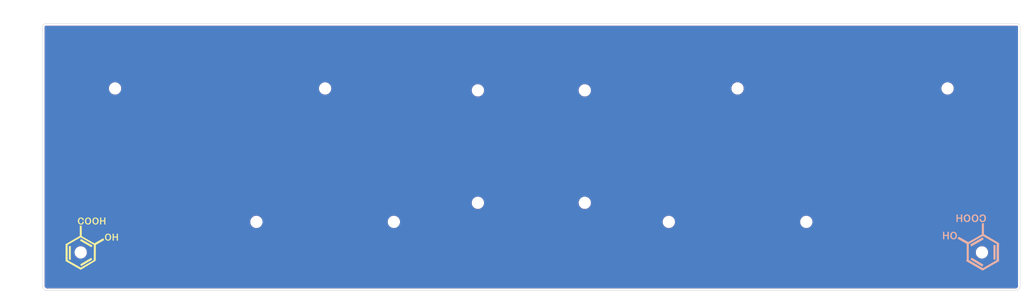
<source format=kicad_pcb>
(kicad_pcb (version 20171130) (host pcbnew "(5.0.1)-3")

  (general
    (thickness 1.6)
    (drawings 13)
    (tracks 0)
    (zones 0)
    (modules 16)
    (nets 1)
  )

  (page A4)
  (layers
    (0 F.Cu signal)
    (31 B.Cu signal)
    (32 B.Adhes user)
    (33 F.Adhes user)
    (34 B.Paste user)
    (35 F.Paste user)
    (36 B.SilkS user)
    (37 F.SilkS user)
    (38 B.Mask user)
    (39 F.Mask user)
    (40 Dwgs.User user)
    (41 Cmts.User user)
    (42 Eco1.User user)
    (43 Eco2.User user)
    (44 Edge.Cuts user)
    (45 Margin user)
    (46 B.CrtYd user)
    (47 F.CrtYd user)
    (48 B.Fab user)
    (49 F.Fab user)
  )

  (setup
    (last_trace_width 0.25)
    (user_trace_width 0.5)
    (trace_clearance 0.2)
    (zone_clearance 0.508)
    (zone_45_only no)
    (trace_min 0.2)
    (segment_width 0.2)
    (edge_width 0.1)
    (via_size 0.8)
    (via_drill 0.4)
    (via_min_size 0.4)
    (via_min_drill 0.3)
    (uvia_size 0.3)
    (uvia_drill 0.1)
    (uvias_allowed no)
    (uvia_min_size 0.2)
    (uvia_min_drill 0.1)
    (pcb_text_width 0.3)
    (pcb_text_size 1.5 1.5)
    (mod_edge_width 0.15)
    (mod_text_size 1 1)
    (mod_text_width 0.15)
    (pad_size 1.5 1.5)
    (pad_drill 0.6)
    (pad_to_mask_clearance 0)
    (solder_mask_min_width 0.25)
    (aux_axis_origin 0 0)
    (visible_elements 7FFFFFFF)
    (pcbplotparams
      (layerselection 0x010f0_ffffffff)
      (usegerberextensions true)
      (usegerberattributes false)
      (usegerberadvancedattributes false)
      (creategerberjobfile false)
      (excludeedgelayer true)
      (linewidth 0.100000)
      (plotframeref false)
      (viasonmask false)
      (mode 1)
      (useauxorigin false)
      (hpglpennumber 1)
      (hpglpenspeed 20)
      (hpglpendiameter 15.000000)
      (psnegative false)
      (psa4output false)
      (plotreference true)
      (plotvalue true)
      (plotinvisibletext false)
      (padsonsilk false)
      (subtractmaskfromsilk false)
      (outputformat 1)
      (mirror false)
      (drillshape 0)
      (scaleselection 1)
      (outputdirectory "../生成ファイル/hadaka_back/"))
  )

  (net 0 "")

  (net_class Default "これはデフォルトのネット クラスです。"
    (clearance 0.2)
    (trace_width 0.25)
    (via_dia 0.8)
    (via_drill 0.4)
    (uvia_dia 0.3)
    (uvia_drill 0.1)
  )

  (module Mounting_Holes:MountingHole_2.2mm_M2 (layer F.Cu) (tedit 56D1B4CB) (tstamp 5C40E760)
    (at 37.5 35.75)
    (descr "Mounting Hole 2.2mm, no annular, M2")
    (tags "mounting hole 2.2mm no annular m2")
    (attr virtual)
    (fp_text reference REF** (at 0 -3.2) (layer F.SilkS) hide
      (effects (font (size 1 1) (thickness 0.15)))
    )
    (fp_text value MountingHole_2.2mm_M2 (at 0 3.2) (layer F.Fab)
      (effects (font (size 1 1) (thickness 0.15)))
    )
    (fp_text user %R (at 0.3 0) (layer F.Fab)
      (effects (font (size 1 1) (thickness 0.15)))
    )
    (fp_circle (center 0 0) (end 2.2 0) (layer Cmts.User) (width 0.15))
    (fp_circle (center 0 0) (end 2.45 0) (layer F.CrtYd) (width 0.05))
    (pad 1 np_thru_hole circle (at 0 0) (size 2.2 2.2) (drill 2.2) (layers *.Cu *.Mask))
  )

  (module Mounting_Holes:MountingHole_2.2mm_M2 (layer F.Cu) (tedit 56D1B4CB) (tstamp 5C40E7C4)
    (at 28.5 78.75)
    (descr "Mounting Hole 2.2mm, no annular, M2")
    (tags "mounting hole 2.2mm no annular m2")
    (attr virtual)
    (fp_text reference REF** (at 0 -3.2) (layer F.SilkS) hide
      (effects (font (size 1 1) (thickness 0.15)))
    )
    (fp_text value MountingHole_2.2mm_M2 (at 0 3.2) (layer F.Fab)
      (effects (font (size 1 1) (thickness 0.15)))
    )
    (fp_text user %R (at 0.3 0) (layer F.Fab)
      (effects (font (size 1 1) (thickness 0.15)))
    )
    (fp_circle (center 0 0) (end 2.2 0) (layer Cmts.User) (width 0.15))
    (fp_circle (center 0 0) (end 2.45 0) (layer F.CrtYd) (width 0.05))
    (pad 1 np_thru_hole circle (at 0 0) (size 2.2 2.2) (drill 2.2) (layers *.Cu *.Mask))
  )

  (module Mounting_Holes:MountingHole_2.2mm_M2 (layer F.Cu) (tedit 56D1B4CB) (tstamp 5C40E828)
    (at 74.5 70.75)
    (descr "Mounting Hole 2.2mm, no annular, M2")
    (tags "mounting hole 2.2mm no annular m2")
    (attr virtual)
    (fp_text reference REF** (at 0 -3.2) (layer F.SilkS) hide
      (effects (font (size 1 1) (thickness 0.15)))
    )
    (fp_text value MountingHole_2.2mm_M2 (at 0 3.2) (layer F.Fab)
      (effects (font (size 1 1) (thickness 0.15)))
    )
    (fp_text user %R (at 0.3 0) (layer F.Fab)
      (effects (font (size 1 1) (thickness 0.15)))
    )
    (fp_circle (center 0 0) (end 2.2 0) (layer Cmts.User) (width 0.15))
    (fp_circle (center 0 0) (end 2.45 0) (layer F.CrtYd) (width 0.05))
    (pad 1 np_thru_hole circle (at 0 0) (size 2.2 2.2) (drill 2.2) (layers *.Cu *.Mask))
  )

  (module Mounting_Holes:MountingHole_2.2mm_M2 (layer F.Cu) (tedit 56D1B4CB) (tstamp 5C40E881)
    (at 110.5 70.75)
    (descr "Mounting Hole 2.2mm, no annular, M2")
    (tags "mounting hole 2.2mm no annular m2")
    (attr virtual)
    (fp_text reference REF** (at 0 -3.2) (layer F.SilkS) hide
      (effects (font (size 1 1) (thickness 0.15)))
    )
    (fp_text value MountingHole_2.2mm_M2 (at 0 3.2) (layer F.Fab)
      (effects (font (size 1 1) (thickness 0.15)))
    )
    (fp_text user %R (at 0.3 0) (layer F.Fab)
      (effects (font (size 1 1) (thickness 0.15)))
    )
    (fp_circle (center 0 0) (end 2.2 0) (layer Cmts.User) (width 0.15))
    (fp_circle (center 0 0) (end 2.45 0) (layer F.CrtYd) (width 0.05))
    (pad 1 np_thru_hole circle (at 0 0) (size 2.2 2.2) (drill 2.2) (layers *.Cu *.Mask))
  )

  (module Mounting_Holes:MountingHole_2.2mm_M2 (layer F.Cu) (tedit 56D1B4CB) (tstamp 5C40E8A1)
    (at 92.5 35.75)
    (descr "Mounting Hole 2.2mm, no annular, M2")
    (tags "mounting hole 2.2mm no annular m2")
    (attr virtual)
    (fp_text reference REF** (at 0 -3.2) (layer F.SilkS) hide
      (effects (font (size 1 1) (thickness 0.15)))
    )
    (fp_text value MountingHole_2.2mm_M2 (at 0 3.2) (layer F.Fab)
      (effects (font (size 1 1) (thickness 0.15)))
    )
    (fp_text user %R (at 0.3 0) (layer F.Fab)
      (effects (font (size 1 1) (thickness 0.15)))
    )
    (fp_circle (center 0 0) (end 2.2 0) (layer Cmts.User) (width 0.15))
    (fp_circle (center 0 0) (end 2.45 0) (layer F.CrtYd) (width 0.05))
    (pad 1 np_thru_hole circle (at 0 0) (size 2.2 2.2) (drill 2.2) (layers *.Cu *.Mask))
  )

  (module Mounting_Holes:MountingHole_2.2mm_M2 (layer F.Cu) (tedit 56D1B4CB) (tstamp 5C40E8CA)
    (at 132.5 36.25)
    (descr "Mounting Hole 2.2mm, no annular, M2")
    (tags "mounting hole 2.2mm no annular m2")
    (attr virtual)
    (fp_text reference REF** (at 0 -3.2) (layer F.SilkS) hide
      (effects (font (size 1 1) (thickness 0.15)))
    )
    (fp_text value MountingHole_2.2mm_M2 (at 0 3.2) (layer F.Fab)
      (effects (font (size 1 1) (thickness 0.15)))
    )
    (fp_text user %R (at 0.3 0) (layer F.Fab)
      (effects (font (size 1 1) (thickness 0.15)))
    )
    (fp_circle (center 0 0) (end 2.2 0) (layer Cmts.User) (width 0.15))
    (fp_circle (center 0 0) (end 2.45 0) (layer F.CrtYd) (width 0.05))
    (pad 1 np_thru_hole circle (at 0 0) (size 2.2 2.2) (drill 2.2) (layers *.Cu *.Mask))
  )

  (module Mounting_Holes:MountingHole_2.2mm_M2 (layer F.Cu) (tedit 56D1B4CB) (tstamp 5C40E8EA)
    (at 160.5 36.25)
    (descr "Mounting Hole 2.2mm, no annular, M2")
    (tags "mounting hole 2.2mm no annular m2")
    (attr virtual)
    (fp_text reference REF** (at 0 -3.2) (layer F.SilkS) hide
      (effects (font (size 1 1) (thickness 0.15)))
    )
    (fp_text value MountingHole_2.2mm_M2 (at 0 3.2) (layer F.Fab)
      (effects (font (size 1 1) (thickness 0.15)))
    )
    (fp_text user %R (at 0.3 0) (layer F.Fab)
      (effects (font (size 1 1) (thickness 0.15)))
    )
    (fp_circle (center 0 0) (end 2.2 0) (layer Cmts.User) (width 0.15))
    (fp_circle (center 0 0) (end 2.45 0) (layer F.CrtYd) (width 0.05))
    (pad 1 np_thru_hole circle (at 0 0) (size 2.2 2.2) (drill 2.2) (layers *.Cu *.Mask))
  )

  (module Mounting_Holes:MountingHole_2.2mm_M2 (layer F.Cu) (tedit 56D1B4CB) (tstamp 5C40E912)
    (at 200.5 35.75)
    (descr "Mounting Hole 2.2mm, no annular, M2")
    (tags "mounting hole 2.2mm no annular m2")
    (attr virtual)
    (fp_text reference REF** (at 0 -3.2) (layer F.SilkS) hide
      (effects (font (size 1 1) (thickness 0.15)))
    )
    (fp_text value MountingHole_2.2mm_M2 (at 0 3.2) (layer F.Fab)
      (effects (font (size 1 1) (thickness 0.15)))
    )
    (fp_text user %R (at 0.3 0) (layer F.Fab)
      (effects (font (size 1 1) (thickness 0.15)))
    )
    (fp_circle (center 0 0) (end 2.2 0) (layer Cmts.User) (width 0.15))
    (fp_circle (center 0 0) (end 2.45 0) (layer F.CrtYd) (width 0.05))
    (pad 1 np_thru_hole circle (at 0 0) (size 2.2 2.2) (drill 2.2) (layers *.Cu *.Mask))
  )

  (module Mounting_Holes:MountingHole_2.2mm_M2 (layer F.Cu) (tedit 56D1B4CB) (tstamp 5C40E932)
    (at 132.5 65.75)
    (descr "Mounting Hole 2.2mm, no annular, M2")
    (tags "mounting hole 2.2mm no annular m2")
    (attr virtual)
    (fp_text reference REF** (at 0 -3.2) (layer F.SilkS) hide
      (effects (font (size 1 1) (thickness 0.15)))
    )
    (fp_text value MountingHole_2.2mm_M2 (at 0 3.2) (layer F.Fab)
      (effects (font (size 1 1) (thickness 0.15)))
    )
    (fp_text user %R (at 0.3 0) (layer F.Fab)
      (effects (font (size 1 1) (thickness 0.15)))
    )
    (fp_circle (center 0 0) (end 2.2 0) (layer Cmts.User) (width 0.15))
    (fp_circle (center 0 0) (end 2.45 0) (layer F.CrtYd) (width 0.05))
    (pad 1 np_thru_hole circle (at 0 0) (size 2.2 2.2) (drill 2.2) (layers *.Cu *.Mask))
  )

  (module Mounting_Holes:MountingHole_2.2mm_M2 (layer F.Cu) (tedit 56D1B4CB) (tstamp 5C40E97D)
    (at 160.5 65.75)
    (descr "Mounting Hole 2.2mm, no annular, M2")
    (tags "mounting hole 2.2mm no annular m2")
    (attr virtual)
    (fp_text reference REF** (at 0 -3.2) (layer F.SilkS) hide
      (effects (font (size 1 1) (thickness 0.15)))
    )
    (fp_text value MountingHole_2.2mm_M2 (at 0 3.2) (layer F.Fab)
      (effects (font (size 1 1) (thickness 0.15)))
    )
    (fp_text user %R (at 0.3 0) (layer F.Fab)
      (effects (font (size 1 1) (thickness 0.15)))
    )
    (fp_circle (center 0 0) (end 2.2 0) (layer Cmts.User) (width 0.15))
    (fp_circle (center 0 0) (end 2.45 0) (layer F.CrtYd) (width 0.05))
    (pad 1 np_thru_hole circle (at 0 0) (size 2.2 2.2) (drill 2.2) (layers *.Cu *.Mask))
  )

  (module Mounting_Holes:MountingHole_2.2mm_M2 (layer F.Cu) (tedit 56D1B4CB) (tstamp 5C40E99D)
    (at 182.5 70.75)
    (descr "Mounting Hole 2.2mm, no annular, M2")
    (tags "mounting hole 2.2mm no annular m2")
    (attr virtual)
    (fp_text reference REF** (at 0 -3.2) (layer F.SilkS) hide
      (effects (font (size 1 1) (thickness 0.15)))
    )
    (fp_text value MountingHole_2.2mm_M2 (at 0 3.2) (layer F.Fab)
      (effects (font (size 1 1) (thickness 0.15)))
    )
    (fp_text user %R (at 0.3 0) (layer F.Fab)
      (effects (font (size 1 1) (thickness 0.15)))
    )
    (fp_circle (center 0 0) (end 2.2 0) (layer Cmts.User) (width 0.15))
    (fp_circle (center 0 0) (end 2.45 0) (layer F.CrtYd) (width 0.05))
    (pad 1 np_thru_hole circle (at 0 0) (size 2.2 2.2) (drill 2.2) (layers *.Cu *.Mask))
  )

  (module Mounting_Holes:MountingHole_2.2mm_M2 (layer F.Cu) (tedit 56D1B4CB) (tstamp 5C40E9BD)
    (at 218.5 70.75)
    (descr "Mounting Hole 2.2mm, no annular, M2")
    (tags "mounting hole 2.2mm no annular m2")
    (attr virtual)
    (fp_text reference REF** (at 0 -3.2) (layer F.SilkS) hide
      (effects (font (size 1 1) (thickness 0.15)))
    )
    (fp_text value MountingHole_2.2mm_M2 (at 0 3.2) (layer F.Fab)
      (effects (font (size 1 1) (thickness 0.15)))
    )
    (fp_text user %R (at 0.3 0) (layer F.Fab)
      (effects (font (size 1 1) (thickness 0.15)))
    )
    (fp_circle (center 0 0) (end 2.2 0) (layer Cmts.User) (width 0.15))
    (fp_circle (center 0 0) (end 2.45 0) (layer F.CrtYd) (width 0.05))
    (pad 1 np_thru_hole circle (at 0 0) (size 2.2 2.2) (drill 2.2) (layers *.Cu *.Mask))
  )

  (module Mounting_Holes:MountingHole_2.2mm_M2 (layer F.Cu) (tedit 56D1B4CB) (tstamp 5C40E9DD)
    (at 264.5 78.75)
    (descr "Mounting Hole 2.2mm, no annular, M2")
    (tags "mounting hole 2.2mm no annular m2")
    (attr virtual)
    (fp_text reference REF** (at 0 -3.2) (layer F.SilkS) hide
      (effects (font (size 1 1) (thickness 0.15)))
    )
    (fp_text value MountingHole_2.2mm_M2 (at 0 3.2) (layer F.Fab)
      (effects (font (size 1 1) (thickness 0.15)))
    )
    (fp_text user %R (at 0.3 0) (layer F.Fab)
      (effects (font (size 1 1) (thickness 0.15)))
    )
    (fp_circle (center 0 0) (end 2.2 0) (layer Cmts.User) (width 0.15))
    (fp_circle (center 0 0) (end 2.45 0) (layer F.CrtYd) (width 0.05))
    (pad 1 np_thru_hole circle (at 0 0) (size 2.2 2.2) (drill 2.2) (layers *.Cu *.Mask))
  )

  (module Mounting_Holes:MountingHole_2.2mm_M2 (layer F.Cu) (tedit 56D1B4CB) (tstamp 5C40EA49)
    (at 255.5 35.75)
    (descr "Mounting Hole 2.2mm, no annular, M2")
    (tags "mounting hole 2.2mm no annular m2")
    (attr virtual)
    (fp_text reference REF** (at 0 -3.2) (layer F.SilkS) hide
      (effects (font (size 1 1) (thickness 0.15)))
    )
    (fp_text value MountingHole_2.2mm_M2 (at 0 3.2) (layer F.Fab)
      (effects (font (size 1 1) (thickness 0.15)))
    )
    (fp_text user %R (at 0.3 0) (layer F.Fab)
      (effects (font (size 1 1) (thickness 0.15)))
    )
    (fp_circle (center 0 0) (end 2.2 0) (layer Cmts.User) (width 0.15))
    (fp_circle (center 0 0) (end 2.45 0) (layer F.CrtYd) (width 0.05))
    (pad 1 np_thru_hole circle (at 0 0) (size 2.2 2.2) (drill 2.2) (layers *.Cu *.Mask))
  )

  (module logos:salicylic-acid_back (layer F.Cu) (tedit 5C3F60DB) (tstamp 5C594FB1)
    (at 263.9 77.6)
    (fp_text reference G*** (at -3.134672 -4.149766 180) (layer B.SilkS) hide
      (effects (font (size 1.524 1.524) (thickness 0.3)) (justify mirror))
    )
    (fp_text value LOGO (at -3.884672 -4.149766 180) (layer B.SilkS) hide
      (effects (font (size 1.524 1.524) (thickness 0.3)) (justify mirror))
    )
    (fp_poly (pts (xy 0.727049 -2.755487) (xy 0.632606 -2.704509) (xy 0.490119 -2.625711) (xy 0.306998 -2.523317)
      (xy 0.090647 -2.401552) (xy -0.151526 -2.264642) (xy -0.412113 -2.116811) (xy -0.683708 -1.962286)
      (xy -0.958905 -1.805291) (xy -1.230295 -1.650052) (xy -1.490472 -1.500794) (xy -1.732029 -1.361742)
      (xy -1.947559 -1.237122) (xy -2.129655 -1.131158) (xy -2.27091 -1.048077) (xy -2.363917 -0.992103)
      (xy -2.400832 -0.967889) (xy -2.419217 -0.932684) (xy -2.412571 -0.87216) (xy -2.377666 -0.772118)
      (xy -2.331929 -0.664713) (xy -2.275299 -0.54257) (xy -2.228031 -0.451658) (xy -2.198517 -0.407818)
      (xy -2.194912 -0.406068) (xy -2.160077 -0.424016) (xy -2.068388 -0.474688) (xy -1.925909 -0.554647)
      (xy -1.738705 -0.660455) (xy -1.512843 -0.788675) (xy -1.254386 -0.935868) (xy -0.9694 -1.098596)
      (xy -0.663951 -1.273423) (xy -0.599113 -1.310584) (xy -0.289481 -1.488372) (xy 0.001307 -1.655884)
      (xy 0.267108 -1.809545) (xy 0.501782 -1.945778) (xy 0.699187 -2.061008) (xy 0.853183 -2.151659)
      (xy 0.957627 -2.214154) (xy 1.00638 -2.244918) (xy 1.008857 -2.246898) (xy 1.010397 -2.292852)
      (xy 0.98446 -2.381045) (xy 0.940081 -2.491847) (xy 0.886295 -2.605629) (xy 0.832139 -2.702761)
      (xy 0.786648 -2.763611) (xy 0.766042 -2.774417) (xy 0.727049 -2.755487)) (layer B.SilkS) (width 0.01))
    (fp_poly (pts (xy 3.614471 3.006974) (xy 3.723328 3.006974) (xy 3.79976 3.017484) (xy 3.832177 3.042808)
      (xy 3.832185 3.043259) (xy 3.862488 3.071609) (xy 3.93532 3.081436) (xy 4.023564 3.074621)
      (xy 4.100104 3.053044) (xy 4.136732 3.022149) (xy 4.140999 2.975633) (xy 4.144994 2.863602)
      (xy 4.148636 2.69311) (xy 4.151844 2.471213) (xy 4.154537 2.204967) (xy 4.156634 1.901426)
      (xy 4.158054 1.567647) (xy 4.158718 1.210684) (xy 4.158757 1.099006) (xy 4.158757 -0.76674)
      (xy 3.614471 -0.76674) (xy 3.614471 3.006974)) (layer B.SilkS) (width 0.01))
    (fp_poly (pts (xy -2.130493 2.554217) (xy -2.147659 2.565376) (xy -2.154957 2.573804) (xy -2.22347 2.675139)
      (xy -2.287632 2.791855) (xy -2.337537 2.902884) (xy -2.363279 2.987156) (xy -2.362972 3.0162)
      (xy -2.328955 3.044104) (xy -2.238769 3.105146) (xy -2.098655 3.195428) (xy -1.914853 3.311055)
      (xy -1.693605 3.448129) (xy -1.441152 3.602754) (xy -1.163735 3.771033) (xy -0.898103 3.9308)
      (xy -0.601254 4.108712) (xy -0.321522 4.276502) (xy -0.065479 4.430219) (xy 0.160304 4.56591)
      (xy 0.349257 4.679626) (xy 0.494807 4.767413) (xy 0.590383 4.825322) (xy 0.627785 4.848332)
      (xy 0.679823 4.874672) (xy 0.719367 4.863431) (xy 0.766249 4.804131) (xy 0.794072 4.760501)
      (xy 0.871565 4.620209) (xy 0.924011 4.492209) (xy 0.945997 4.392739) (xy 0.934246 4.339948)
      (xy 0.897519 4.315308) (xy 0.804707 4.257143) (xy 0.661984 4.169217) (xy 0.475525 4.055292)
      (xy 0.251506 3.919129) (xy -0.003898 3.76449) (xy -0.284511 3.595136) (xy -0.58416 3.414831)
      (xy -0.599302 3.405733) (xy -0.943808 3.198918) (xy -1.231535 3.02676) (xy -1.467825 2.8864)
      (xy -1.658022 2.774982) (xy -1.80747 2.689648) (xy -1.921513 2.62754) (xy -2.005492 2.5858)
      (xy -2.064753 2.561572) (xy -2.104639 2.551996) (xy -2.130493 2.554217)) (layer B.SilkS) (width 0.01))
    (fp_poly (pts (xy -4.912672 -7.987598) (xy -5.747243 -7.987598) (xy -5.747243 -8.785883) (xy -6.073815 -8.785883)
      (xy -6.073815 -6.826455) (xy -5.747243 -6.826455) (xy -5.747243 -7.697312) (xy -4.912672 -7.697312)
      (xy -4.912672 -6.826455) (xy -4.549815 -6.826455) (xy -4.549815 -8.785883) (xy -4.912672 -8.785883)
      (xy -4.912672 -7.987598)) (layer B.SilkS) (width 0.01))
    (fp_poly (pts (xy -3.480907 -8.798572) (xy -3.689159 -8.726537) (xy -3.878219 -8.599919) (xy -4.03709 -8.418862)
      (xy -4.098626 -8.314169) (xy -4.140134 -8.189222) (xy -4.168528 -8.017354) (xy -4.18237 -7.823267)
      (xy -4.180221 -7.631667) (xy -4.160644 -7.467258) (xy -4.15043 -7.424307) (xy -4.085975 -7.279216)
      (xy -3.979982 -7.12434) (xy -3.852826 -6.984946) (xy -3.724881 -6.8863) (xy -3.710066 -6.878206)
      (xy -3.600937 -6.84198) (xy -3.450438 -6.816331) (xy -3.288015 -6.80382) (xy -3.143113 -6.807009)
      (xy -3.061865 -6.82182) (xy -2.829017 -6.928331) (xy -2.651111 -7.078128) (xy -2.52628 -7.274119)
      (xy -2.452657 -7.519213) (xy -2.434435 -7.736673) (xy -2.79806 -7.736673) (xy -2.830921 -7.536225)
      (xy -2.900615 -7.357082) (xy -3.006523 -7.215022) (xy -3.09782 -7.148236) (xy -3.256631 -7.089266)
      (xy -3.401115 -7.096543) (xy -3.535558 -7.162221) (xy -3.660541 -7.267057) (xy -3.742867 -7.391788)
      (xy -3.789053 -7.551934) (xy -3.805618 -7.76302) (xy -3.805958 -7.806169) (xy -3.794062 -8.026831)
      (xy -3.753879 -8.194112) (xy -3.678666 -8.323931) (xy -3.561679 -8.432209) (xy -3.531853 -8.45324)
      (xy -3.378719 -8.516308) (xy -3.214982 -8.512658) (xy -3.057174 -8.442882) (xy -3.047321 -8.435931)
      (xy -2.926662 -8.308054) (xy -2.845312 -8.138366) (xy -2.802651 -7.942646) (xy -2.79806 -7.736673)
      (xy -2.434435 -7.736673) (xy -2.428396 -7.808735) (xy -2.430769 -7.97257) (xy -2.443292 -8.091469)
      (xy -2.471628 -8.192929) (xy -2.521443 -8.304445) (xy -2.536774 -8.334878) (xy -2.675985 -8.537951)
      (xy -2.851003 -8.685712) (xy -3.05083 -8.778305) (xy -3.264464 -8.815876) (xy -3.480907 -8.798572)) (layer B.SilkS) (width 0.01))
    (fp_poly (pts (xy -1.376335 -8.798572) (xy -1.584587 -8.726537) (xy -1.773648 -8.599919) (xy -1.932518 -8.418862)
      (xy -1.994055 -8.314169) (xy -2.035563 -8.189222) (xy -2.063957 -8.017354) (xy -2.077799 -7.823267)
      (xy -2.07565 -7.631667) (xy -2.056072 -7.467258) (xy -2.045859 -7.424307) (xy -1.981404 -7.279216)
      (xy -1.875411 -7.12434) (xy -1.748254 -6.984946) (xy -1.620309 -6.8863) (xy -1.605494 -6.878206)
      (xy -1.496366 -6.84198) (xy -1.345867 -6.816331) (xy -1.183444 -6.80382) (xy -1.038542 -6.807009)
      (xy -0.957294 -6.82182) (xy -0.724446 -6.928331) (xy -0.546539 -7.078128) (xy -0.421708 -7.274119)
      (xy -0.348086 -7.519213) (xy -0.329863 -7.736673) (xy -0.693489 -7.736673) (xy -0.72635 -7.536225)
      (xy -0.796044 -7.357082) (xy -0.901952 -7.215022) (xy -0.993249 -7.148236) (xy -1.15206 -7.089266)
      (xy -1.296543 -7.096543) (xy -1.430987 -7.162221) (xy -1.55597 -7.267057) (xy -1.638295 -7.391788)
      (xy -1.684482 -7.551934) (xy -1.701047 -7.76302) (xy -1.701386 -7.806169) (xy -1.68949 -8.026831)
      (xy -1.649308 -8.194112) (xy -1.574095 -8.323931) (xy -1.457108 -8.432209) (xy -1.427281 -8.45324)
      (xy -1.274147 -8.516308) (xy -1.11041 -8.512658) (xy -0.952603 -8.442882) (xy -0.942749 -8.435931)
      (xy -0.822091 -8.308054) (xy -0.740741 -8.138366) (xy -0.698079 -7.942646) (xy -0.693489 -7.736673)
      (xy -0.329863 -7.736673) (xy -0.323824 -7.808735) (xy -0.326197 -7.97257) (xy -0.33872 -8.091469)
      (xy -0.367057 -8.192929) (xy -0.416872 -8.304445) (xy -0.432202 -8.334878) (xy -0.571413 -8.537951)
      (xy -0.746432 -8.685712) (xy -0.946258 -8.778305) (xy -1.159893 -8.815876) (xy -1.376335 -8.798572)) (layer B.SilkS) (width 0.01))
    (fp_poly (pts (xy 0.443281 -8.75514) (xy 0.25742 -8.651081) (xy 0.115065 -8.50277) (xy 0.030386 -8.327231)
      (xy -0.008268 -8.182414) (xy -0.014914 -8.092412) (xy 0.015822 -8.044537) (xy 0.089311 -8.026099)
      (xy 0.158811 -8.023883) (xy 0.331723 -8.023883) (xy 0.396813 -8.20715) (xy 0.484582 -8.373488)
      (xy 0.603738 -8.481077) (xy 0.745216 -8.526051) (xy 0.89995 -8.504547) (xy 0.991365 -8.4606)
      (xy 1.128903 -8.338501) (xy 1.219985 -8.166558) (xy 1.266037 -7.941356) (xy 1.272687 -7.788026)
      (xy 1.267864 -7.621929) (xy 1.250949 -7.502789) (xy 1.217068 -7.40535) (xy 1.188007 -7.349329)
      (xy 1.069121 -7.195684) (xy 0.921058 -7.107235) (xy 0.748581 -7.080455) (xy 0.593564 -7.113997)
      (xy 0.46718 -7.210718) (xy 0.37569 -7.364757) (xy 0.346087 -7.457026) (xy 0.303856 -7.624741)
      (xy -0.059661 -7.624741) (xy -0.03533 -7.470526) (xy 0.026126 -7.247325) (xy 0.130182 -7.057947)
      (xy 0.267384 -6.919103) (xy 0.282533 -6.908661) (xy 0.375937 -6.856112) (xy 0.475933 -6.824809)
      (xy 0.608323 -6.808302) (xy 0.704495 -6.803186) (xy 0.854593 -6.802012) (xy 0.988945 -6.809238)
      (xy 1.080496 -6.823323) (xy 1.085902 -6.824935) (xy 1.275735 -6.922657) (xy 1.43317 -7.078498)
      (xy 1.552084 -7.282929) (xy 1.626351 -7.526422) (xy 1.647661 -7.699005) (xy 1.638915 -8.006915)
      (xy 1.574274 -8.268803) (xy 1.453626 -8.485065) (xy 1.411391 -8.535733) (xy 1.273248 -8.668468)
      (xy 1.134532 -8.750201) (xy 0.96585 -8.796533) (xy 0.90155 -8.806323) (xy 0.661654 -8.808902)
      (xy 0.443281 -8.75514)) (layer B.SilkS) (width 0.01))
    (fp_poly (pts (xy -8.432386 -3.451883) (xy -9.266957 -3.451883) (xy -9.266957 -4.250169) (xy -9.593529 -4.250169)
      (xy -9.593529 -2.290741) (xy -9.266957 -2.290741) (xy -9.266957 -3.161598) (xy -8.432386 -3.161598)
      (xy -8.432386 -2.290741) (xy -8.069529 -2.290741) (xy -8.069529 -4.250169) (xy -8.432386 -4.250169)
      (xy -8.432386 -3.451883)) (layer B.SilkS) (width 0.01))
    (fp_poly (pts (xy -7.000621 -4.262857) (xy -7.208873 -4.190823) (xy -7.397934 -4.064204) (xy -7.556804 -3.883148)
      (xy -7.61834 -3.778455) (xy -7.659849 -3.653508) (xy -7.688243 -3.481639) (xy -7.702084 -3.287553)
      (xy -7.699936 -3.095953) (xy -7.680358 -2.931544) (xy -7.670145 -2.888592) (xy -7.605689 -2.743501)
      (xy -7.499696 -2.588626) (xy -7.37254 -2.449232) (xy -7.244595 -2.350586) (xy -7.22978 -2.342492)
      (xy -7.120652 -2.306266) (xy -6.970153 -2.280617) (xy -6.807729 -2.268106) (xy -6.662827 -2.271294)
      (xy -6.58158 -2.286106) (xy -6.348731 -2.392617) (xy -6.170825 -2.542414) (xy -6.045994 -2.738405)
      (xy -5.972372 -2.983498) (xy -5.954149 -3.200959) (xy -6.317774 -3.200959) (xy -6.350635 -3.000511)
      (xy -6.420329 -2.821368) (xy -6.526237 -2.679307) (xy -6.617534 -2.612522) (xy -6.776346 -2.553551)
      (xy -6.920829 -2.560828) (xy -7.055272 -2.626507) (xy -7.180255 -2.731343) (xy -7.262581 -2.856073)
      (xy -7.308767 -3.01622) (xy -7.325332 -3.227306) (xy -7.325672 -3.270455) (xy -7.313776 -3.491116)
      (xy -7.273594 -3.658397) (xy -7.198381 -3.788217) (xy -7.081394 -3.896495) (xy -7.051567 -3.917526)
      (xy -6.898433 -3.980594) (xy -6.734696 -3.976944) (xy -6.576888 -3.907168) (xy -6.567035 -3.900217)
      (xy -6.446377 -3.772339) (xy -6.365026 -3.602651) (xy -6.322365 -3.406932) (xy -6.317774 -3.200959)
      (xy -5.954149 -3.200959) (xy -5.94811 -3.27302) (xy -5.950483 -3.436856) (xy -5.963006 -3.555755)
      (xy -5.991343 -3.657215) (xy -6.041157 -3.768731) (xy -6.056488 -3.799163) (xy -6.195699 -4.002237)
      (xy -6.370718 -4.149998) (xy -6.570544 -4.242591) (xy -6.784178 -4.280162) (xy -7.000621 -4.262857)) (layer B.SilkS) (width 0.01))
    (fp_poly (pts (xy 0.566471 -3.57054) (xy -1.189049 -2.567783) (xy -1.516145 -2.381267) (xy -1.824574 -2.206017)
      (xy -2.108555 -2.045277) (xy -2.362306 -1.902289) (xy -2.580044 -1.780297) (xy -2.755989 -1.682543)
      (xy -2.884357 -1.61227) (xy -2.959369 -1.572722) (xy -2.976835 -1.565026) (xy -3.014444 -1.58252)
      (xy -3.107941 -1.632406) (xy -3.250366 -1.710792) (xy -3.434759 -1.813784) (xy -3.65416 -1.937489)
      (xy -3.901608 -2.078015) (xy -4.170143 -2.231468) (xy -4.239593 -2.271301) (xy -4.552466 -2.450528)
      (xy -4.808518 -2.596164) (xy -5.013619 -2.711182) (xy -5.173637 -2.798552) (xy -5.294441 -2.861245)
      (xy -5.381899 -2.902233) (xy -5.44188 -2.924486) (xy -5.480252 -2.930977) (xy -5.502885 -2.924675)
      (xy -5.511771 -2.915373) (xy -5.551137 -2.851735) (xy -5.611573 -2.748819) (xy -5.669217 -2.647918)
      (xy -5.784974 -2.442666) (xy -5.031323 -2.008438) (xy -4.786532 -1.867671) (xy -4.532101 -1.72184)
      (xy -4.284858 -1.580558) (xy -4.061634 -1.453437) (xy -3.879257 -1.350088) (xy -3.834195 -1.324689)
      (xy -3.390719 -1.075169) (xy -3.389695 0.997618) (xy -3.388672 3.070405) (xy -3.480462 3.234636)
      (xy -3.572253 3.398867) (xy -3.453248 3.470916) (xy -3.409663 3.496517) (xy -3.309699 3.554788)
      (xy -3.159765 3.642009) (xy -2.966273 3.754462) (xy -2.735633 3.88843) (xy -2.474254 4.040192)
      (xy -2.188548 4.20603) (xy -1.884924 4.382227) (xy -1.569793 4.565063) (xy -1.249564 4.750819)
      (xy -0.93065 4.935778) (xy -0.619459 5.116221) (xy -0.322401 5.288429) (xy -0.045888 5.448683)
      (xy 0.20367 5.593265) (xy 0.419864 5.718457) (xy 0.596282 5.820539) (xy 0.726515 5.895794)
      (xy 0.787448 5.930911) (xy 0.827758 5.920168) (xy 0.8502 5.901873) (xy 0.888034 5.877148)
      (xy 0.983546 5.81948) (xy 1.131426 5.731963) (xy 1.326359 5.61769) (xy 1.563033 5.479753)
      (xy 1.836135 5.321247) (xy 2.140352 5.145264) (xy 2.470372 4.954897) (xy 2.820882 4.75324)
      (xy 2.98231 4.660536) (xy 5.073073 3.460545) (xy 5.068068 1.270686) (xy 5.067358 0.778541)
      (xy 5.067679 0.355449) (xy 5.069088 -0.002103) (xy 5.071644 -0.297627) (xy 5.075403 -0.534635)
      (xy 5.080424 -0.716639) (xy 5.086765 -0.847152) (xy 5.094482 -0.929685) (xy 5.103633 -0.967752)
      (xy 5.104826 -0.969494) (xy 5.127266 -1.045741) (xy 5.119947 -1.075169) (xy 4.447934 -1.075169)
      (xy 4.439417 1.06073) (xy 4.4309 3.196628) (xy 3.4149 3.796042) (xy 3.119993 3.969641)
      (xy 2.801571 4.156404) (xy 2.476679 4.346381) (xy 2.162364 4.52962) (xy 1.87567 4.696169)
      (xy 1.633643 4.836075) (xy 1.624755 4.841194) (xy 0.85061 5.286932) (xy 0.463612 5.061173)
      (xy 0.350592 4.995348) (xy 0.183328 4.898078) (xy -0.029644 4.774319) (xy -0.279787 4.62903)
      (xy -0.558565 4.467168) (xy -0.857441 4.293691) (xy -1.167879 4.113555) (xy -1.383886 3.988246)
      (xy -2.844386 3.141079) (xy -2.844386 -1.050461) (xy -1.02528 -2.093934) (xy -0.692108 -2.284654)
      (xy -0.377268 -2.46412) (xy -0.086456 -2.629134) (xy 0.174627 -2.776499) (xy 0.400285 -2.903019)
      (xy 0.584818 -3.005496) (xy 0.722529 -3.080733) (xy 0.807719 -3.125533) (xy 0.834362 -3.137314)
      (xy 0.872949 -3.119603) (xy 0.967992 -3.068853) (xy 1.113259 -2.988586) (xy 1.302514 -2.882323)
      (xy 1.529526 -2.753583) (xy 1.788059 -2.605887) (xy 2.07188 -2.442756) (xy 2.374756 -2.267711)
      (xy 2.3989 -2.253717) (xy 2.712705 -2.071892) (xy 3.015756 -1.896483) (xy 3.300559 -1.731813)
      (xy 3.559619 -1.582207) (xy 3.785442 -1.451991) (xy 3.970536 -1.34549) (xy 4.107406 -1.267027)
      (xy 4.185417 -1.222691) (xy 4.447934 -1.075169) (xy 5.119947 -1.075169) (xy 5.117805 -1.083778)
      (xy 5.092761 -1.173626) (xy 5.086531 -1.22993) (xy 5.078304 -1.251415) (xy 5.051867 -1.281129)
      (xy 5.00293 -1.321749) (xy 4.927202 -1.375955) (xy 4.820392 -1.446424) (xy 4.678208 -1.535835)
      (xy 4.496361 -1.646866) (xy 4.270559 -1.782195) (xy 3.996511 -1.944501) (xy 3.669925 -2.136462)
      (xy 3.286513 -2.360756) (xy 3.106471 -2.465846) (xy 1.1289 -3.619574) (xy 1.119412 -5.059729)
      (xy 1.109924 -6.499883) (xy 0.566471 -6.499883) (xy 0.566471 -3.57054)) (layer B.SilkS) (width 0.01))
  )

  (module logos:salicylic-acid2s (layer F.Cu) (tedit 0) (tstamp 5C8305CC)
    (at 32.25 75.6)
    (fp_text reference G*** (at 0 0) (layer F.SilkS) hide
      (effects (font (size 1.524 1.524) (thickness 0.3)))
    )
    (fp_text value LOGO (at 0.75 0) (layer F.SilkS) hide
      (effects (font (size 1.524 1.524) (thickness 0.3)))
    )
    (fp_poly (pts (xy -3.65284 -0.356344) (xy -3.567656 -0.310362) (xy -3.437364 -0.238461) (xy -3.268797 -0.144517)
      (xy -3.068786 -0.032406) (xy -2.844164 0.093997) (xy -2.601763 0.230816) (xy -2.348415 0.374176)
      (xy -2.090952 0.5202) (xy -1.836207 0.665014) (xy -1.591011 0.804741) (xy -1.362197 0.935507)
      (xy -1.156598 1.053436) (xy -0.981044 1.154651) (xy -0.842369 1.235278) (xy -0.747405 1.291442)
      (xy -0.702983 1.319265) (xy -0.701264 1.32061) (xy -0.696339 1.363601) (xy -0.720718 1.436348)
      (xy -0.723725 1.442496) (xy -0.772268 1.540486) (xy -0.82692 1.6523) (xy -0.834496 1.667934)
      (xy -0.880207 1.746379) (xy -0.920609 1.78973) (xy -0.930568 1.792865) (xy -0.965912 1.776084)
      (xy -1.054243 1.728709) (xy -1.189852 1.653945) (xy -1.367026 1.554997) (xy -1.580058 1.435073)
      (xy -1.823236 1.297376) (xy -2.090851 1.145114) (xy -2.377192 0.981491) (xy -2.443695 0.943392)
      (xy -3.92219 0.095988) (xy -3.818719 -0.138272) (xy -3.765637 -0.250351) (xy -3.719576 -0.333211)
      (xy -3.689203 -0.371544) (xy -3.686084 -0.372533) (xy -3.65284 -0.356344)) (layer F.SilkS) (width 0.01))
    (fp_poly (pts (xy -6.333067 5.08) (xy -6.841067 5.08) (xy -6.841067 1.490134) (xy -6.333067 1.490134)
      (xy -6.333067 5.08)) (layer F.SilkS) (width 0.01))
    (fp_poly (pts (xy -0.963019 4.611786) (xy -0.926551 4.665818) (xy -0.876676 4.759859) (xy -0.835438 4.848434)
      (xy -0.751418 5.040201) (xy -2.167875 5.889834) (xy -2.449622 6.058466) (xy -2.713966 6.21597)
      (xy -2.955188 6.358989) (xy -3.167566 6.484166) (xy -3.345383 6.588142) (xy -3.482919 6.66756)
      (xy -3.574454 6.719063) (xy -3.61427 6.739293) (xy -3.615185 6.739467) (xy -3.644264 6.711373)
      (xy -3.692483 6.637233) (xy -3.750085 6.532265) (xy -3.757839 6.516979) (xy -3.809251 6.403693)
      (xy -3.838827 6.31565) (xy -3.841263 6.269008) (xy -3.839819 6.267252) (xy -3.805565 6.244922)
      (xy -3.718884 6.191429) (xy -3.585549 6.110256) (xy -3.411335 6.004888) (xy -3.202016 5.878809)
      (xy -2.963365 5.735502) (xy -2.701157 5.578452) (xy -2.421165 5.411143) (xy -2.40829 5.403459)
      (xy -2.078176 5.206878) (xy -1.801336 5.043108) (xy -1.573235 4.909664) (xy -1.389335 4.804061)
      (xy -1.245102 4.723815) (xy -1.135999 4.666441) (xy -1.057489 4.629454) (xy -1.005038 4.61037)
      (xy -0.974109 4.606703) (xy -0.963019 4.611786)) (layer F.SilkS) (width 0.01))
    (fp_poly (pts (xy 1.6256 -5.249333) (xy 2.404533 -5.249333) (xy 2.404533 -5.9944) (xy 2.709333 -5.9944)
      (xy 2.709333 -4.1656) (xy 2.404533 -4.1656) (xy 2.404533 -4.9784) (xy 1.6256 -4.9784)
      (xy 1.6256 -4.1656) (xy 1.3208 -4.1656) (xy 1.3208 -5.9944) (xy 1.6256 -5.9944)
      (xy 1.6256 -5.249333)) (layer F.SilkS) (width 0.01))
    (fp_poly (pts (xy 0.39018 -5.963724) (xy 0.582265 -5.872552) (xy 0.739466 -5.736759) (xy 0.74608 -5.728892)
      (xy 0.855823 -5.547013) (xy 0.922974 -5.329541) (xy 0.947294 -5.093742) (xy 0.928546 -4.856879)
      (xy 0.86649 -4.636218) (xy 0.763707 -4.452695) (xy 0.620093 -4.314337) (xy 0.437727 -4.212464)
      (xy 0.236373 -4.154134) (xy 0.035792 -4.146405) (xy -0.0508 -4.161793) (xy -0.246948 -4.242568)
      (xy -0.420901 -4.370646) (xy -0.557295 -4.531876) (xy -0.638029 -4.702672) (xy -0.663294 -4.838075)
      (xy -0.675039 -5.011829) (xy -0.674383 -5.08) (xy -0.353644 -5.08) (xy -0.335157 -4.8514)
      (xy -0.277725 -4.673039) (xy -0.178393 -4.537775) (xy -0.105059 -4.479313) (xy 0.049296 -4.414016)
      (xy 0.211255 -4.414069) (xy 0.364068 -4.475633) (xy 0.483803 -4.583628) (xy 0.562696 -4.736771)
      (xy 0.602705 -4.939877) (xy 0.608856 -5.077774) (xy 0.587917 -5.307022) (xy 0.526115 -5.494861)
      (xy 0.427175 -5.636031) (xy 0.294819 -5.725268) (xy 0.132771 -5.75731) (xy 0.128011 -5.757333)
      (xy -0.032781 -5.726611) (xy -0.165581 -5.63842) (xy -0.266146 -5.498724) (xy -0.330238 -5.313487)
      (xy -0.353615 -5.088672) (xy -0.353644 -5.08) (xy -0.674383 -5.08) (xy -0.673265 -5.195915)
      (xy -0.657971 -5.362315) (xy -0.638029 -5.457327) (xy -0.565434 -5.609312) (xy -0.44788 -5.759249)
      (xy -0.304955 -5.884552) (xy -0.224961 -5.933591) (xy -0.030476 -5.997836) (xy 0.180252 -6.006682)
      (xy 0.39018 -5.963724)) (layer F.SilkS) (width 0.01))
    (fp_poly (pts (xy -1.574087 -5.963724) (xy -1.382001 -5.872552) (xy -1.224801 -5.736759) (xy -1.218186 -5.728892)
      (xy -1.108444 -5.547013) (xy -1.041293 -5.329541) (xy -1.016972 -5.093742) (xy -1.035721 -4.856879)
      (xy -1.097777 -4.636218) (xy -1.20056 -4.452695) (xy -1.344173 -4.314337) (xy -1.526539 -4.212464)
      (xy -1.727894 -4.154134) (xy -1.928474 -4.146405) (xy -2.015067 -4.161793) (xy -2.211214 -4.242568)
      (xy -2.385167 -4.370646) (xy -2.521561 -4.531876) (xy -2.602296 -4.702672) (xy -2.62756 -4.838075)
      (xy -2.639306 -5.011829) (xy -2.638649 -5.08) (xy -2.31791 -5.08) (xy -2.299423 -4.8514)
      (xy -2.241992 -4.673039) (xy -2.14266 -4.537775) (xy -2.069325 -4.479313) (xy -1.914971 -4.414016)
      (xy -1.753012 -4.414069) (xy -1.600199 -4.475633) (xy -1.480464 -4.583628) (xy -1.40157 -4.736771)
      (xy -1.361562 -4.939877) (xy -1.355411 -5.077774) (xy -1.37635 -5.307022) (xy -1.438151 -5.494861)
      (xy -1.537092 -5.636031) (xy -1.669448 -5.725268) (xy -1.831496 -5.75731) (xy -1.836256 -5.757333)
      (xy -1.997048 -5.726611) (xy -2.129847 -5.63842) (xy -2.230413 -5.498724) (xy -2.294505 -5.313487)
      (xy -2.317882 -5.088672) (xy -2.31791 -5.08) (xy -2.638649 -5.08) (xy -2.637531 -5.195915)
      (xy -2.622238 -5.362315) (xy -2.602296 -5.457327) (xy -2.5297 -5.609312) (xy -2.412146 -5.759249)
      (xy -2.269222 -5.884552) (xy -2.189228 -5.933591) (xy -1.994743 -5.997836) (xy -1.784015 -6.006682)
      (xy -1.574087 -5.963724)) (layer F.SilkS) (width 0.01))
    (fp_poly (pts (xy -3.513912 -5.996729) (xy -3.481824 -5.99047) (xy -3.299844 -5.919186) (xy -3.145072 -5.794821)
      (xy -3.031057 -5.630636) (xy -2.983686 -5.502882) (xy -2.96295 -5.386683) (xy -2.978516 -5.319625)
      (xy -3.037668 -5.289646) (xy -3.115733 -5.284237) (xy -3.205445 -5.29598) (xy -3.263765 -5.341477)
      (xy -3.308281 -5.436134) (xy -3.316286 -5.459892) (xy -3.394096 -5.605264) (xy -3.511959 -5.707072)
      (xy -3.656608 -5.75498) (xy -3.69805 -5.757333) (xy -3.79304 -5.74779) (xy -3.871441 -5.710215)
      (xy -3.961044 -5.631189) (xy -3.962666 -5.62957) (xy -4.074283 -5.474384) (xy -4.143541 -5.285438)
      (xy -4.17019 -5.079507) (xy -4.153981 -4.873368) (xy -4.094664 -4.683796) (xy -3.991992 -4.527567)
      (xy -3.979229 -4.514322) (xy -3.900817 -4.445568) (xy -3.825884 -4.412557) (xy -3.722605 -4.402891)
      (xy -3.692627 -4.402667) (xy -3.577353 -4.40962) (xy -3.481321 -4.427297) (xy -3.449295 -4.439266)
      (xy -3.389265 -4.49777) (xy -3.328127 -4.597187) (xy -3.278512 -4.712104) (xy -3.25305 -4.817109)
      (xy -3.251944 -4.836322) (xy -3.245415 -4.8831) (xy -3.215242 -4.904188) (xy -3.143769 -4.906988)
      (xy -3.090333 -4.904055) (xy -2.993638 -4.895308) (xy -2.947783 -4.877182) (xy -2.935944 -4.83726)
      (xy -2.938665 -4.792133) (xy -2.98558 -4.58634) (xy -3.081286 -4.407069) (xy -3.216629 -4.266419)
      (xy -3.382454 -4.176492) (xy -3.411141 -4.167636) (xy -3.612631 -4.136467) (xy -3.822642 -4.145357)
      (xy -3.975108 -4.181487) (xy -4.15201 -4.278434) (xy -4.295178 -4.424273) (xy -4.402235 -4.607856)
      (xy -4.470805 -4.818037) (xy -4.49851 -5.043669) (xy -4.482972 -5.273605) (xy -4.421815 -5.496699)
      (xy -4.312662 -5.701803) (xy -4.302408 -5.716241) (xy -4.153171 -5.866997) (xy -3.965945 -5.966024)
      (xy -3.749826 -6.010281) (xy -3.513912 -5.996729)) (layer F.SilkS) (width 0.01))
    (fp_poly (pts (xy 4.910667 -1.016) (xy 5.6896 -1.016) (xy 5.6896 -1.761066) (xy 5.9944 -1.761066)
      (xy 5.9944 0.067733) (xy 5.6896 0.067733) (xy 5.6896 -0.745067) (xy 4.910667 -0.745067)
      (xy 4.910667 0.067733) (xy 4.605867 0.067733) (xy 4.605867 -1.761066) (xy 4.910667 -1.761066)
      (xy 4.910667 -1.016)) (layer F.SilkS) (width 0.01))
    (fp_poly (pts (xy 3.675246 -1.73039) (xy 3.867332 -1.639218) (xy 4.024533 -1.503426) (xy 4.031147 -1.495559)
      (xy 4.14089 -1.31368) (xy 4.20804 -1.096208) (xy 4.232361 -0.860408) (xy 4.213612 -0.623545)
      (xy 4.151556 -0.402885) (xy 4.048774 -0.219361) (xy 3.90516 -0.081003) (xy 3.722794 0.02087)
      (xy 3.521439 0.0792) (xy 3.320859 0.086928) (xy 3.234267 0.071541) (xy 3.038119 -0.009234)
      (xy 2.864166 -0.137312) (xy 2.727772 -0.298542) (xy 2.647037 -0.469339) (xy 2.621773 -0.604741)
      (xy 2.610028 -0.778495) (xy 2.610684 -0.846667) (xy 2.931423 -0.846667) (xy 2.94991 -0.618067)
      (xy 3.007342 -0.439706) (xy 3.106674 -0.304441) (xy 3.180008 -0.24598) (xy 3.334363 -0.180682)
      (xy 3.496322 -0.180736) (xy 3.649135 -0.2423) (xy 3.76887 -0.350294) (xy 3.847763 -0.503438)
      (xy 3.887772 -0.706544) (xy 3.893923 -0.844441) (xy 3.872984 -1.073688) (xy 3.811182 -1.261528)
      (xy 3.712241 -1.402697) (xy 3.579885 -1.491935) (xy 3.417837 -1.523977) (xy 3.413077 -1.524)
      (xy 3.252285 -1.493278) (xy 3.119486 -1.405087) (xy 3.01892 -1.265391) (xy 2.954828 -1.080154)
      (xy 2.931452 -0.855339) (xy 2.931423 -0.846667) (xy 2.610684 -0.846667) (xy 2.611802 -0.962582)
      (xy 2.627095 -1.128982) (xy 2.647037 -1.223994) (xy 2.719633 -1.375979) (xy 2.837187 -1.525915)
      (xy 2.980112 -1.651218) (xy 3.060105 -1.700257) (xy 3.254591 -1.764502) (xy 3.465319 -1.773349)
      (xy 3.675246 -1.73039)) (layer F.SilkS) (width 0.01))
    (fp_poly (pts (xy -3.471333 -1.103234) (xy -1.829736 -0.164989) (xy -1.471231 0.039602) (xy -1.166793 0.212541)
      (xy -0.911923 0.3562) (xy -0.702121 0.472955) (xy -0.532889 0.565179) (xy -0.399727 0.635245)
      (xy -0.298136 0.68553) (xy -0.223618 0.718405) (xy -0.171672 0.736245) (xy -0.1378 0.741425)
      (xy -0.119469 0.737446) (xy -0.074873 0.712685) (xy 0.021288 0.658257) (xy 0.161856 0.578248)
      (xy 0.339671 0.476746) (xy 0.547573 0.357836) (xy 0.778405 0.225604) (xy 0.999181 0.098961)
      (xy 1.243753 -0.04113) (xy 1.471258 -0.170889) (xy 1.674653 -0.28634) (xy 1.846894 -0.38351)
      (xy 1.980937 -0.458422) (xy 2.069739 -0.507104) (xy 2.105281 -0.525251) (xy 2.143652 -0.522078)
      (xy 2.189616 -0.478224) (xy 2.250963 -0.384977) (xy 2.287266 -0.321718) (xy 2.347366 -0.203834)
      (xy 2.381394 -0.114719) (xy 2.384235 -0.067986) (xy 2.383126 -0.066646) (xy 2.347745 -0.043424)
      (xy 2.260322 0.009398) (xy 2.127647 0.08785) (xy 1.956505 0.18796) (xy 1.753684 0.305758)
      (xy 1.525973 0.437272) (xy 1.286628 0.574825) (xy 0.220133 1.186291) (xy 0.2032 3.255626)
      (xy 0.186266 5.32496) (xy -1.769889 6.52328) (xy -2.100463 6.725708) (xy -2.413733 6.917386)
      (xy -2.704973 7.095433) (xy -2.96946 7.25697) (xy -3.202469 7.399114) (xy -3.399275 7.518985)
      (xy -3.555155 7.613702) (xy -3.665384 7.680384) (xy -3.725237 7.716149) (xy -3.734989 7.7216)
      (xy -3.765109 7.705208) (xy -3.849177 7.657861) (xy -3.982382 7.582302) (xy -4.159917 7.481273)
      (xy -4.376971 7.357518) (xy -4.628736 7.21378) (xy -4.910403 7.052801) (xy -5.217164 6.877325)
      (xy -5.544208 6.690095) (xy -5.732766 6.582082) (xy -7.7216 5.442565) (xy -7.720373 3.220816)
      (xy -7.719258 1.202267) (xy -7.177965 1.202267) (xy -7.170383 3.196828) (xy -7.1628 5.191388)
      (xy -5.452533 6.164709) (xy -3.742267 7.138029) (xy -3.623734 7.075699) (xy -3.572434 7.04711)
      (xy -3.468465 6.987798) (xy -3.317679 6.901146) (xy -3.125925 6.790536) (xy -2.899057 6.65935)
      (xy -2.642925 6.51097) (xy -2.363381 6.348776) (xy -2.066277 6.176152) (xy -1.913467 6.087275)
      (xy -0.321734 5.161179) (xy -0.314197 3.16479) (xy -0.306661 1.1684) (xy -2.000492 0.2032)
      (xy -2.311764 0.026113) (xy -2.606198 -0.140842) (xy -2.878408 -0.294649) (xy -3.12301 -0.432292)
      (xy -3.33462 -0.550754) (xy -3.507853 -0.647019) (xy -3.637324 -0.71807) (xy -3.717649 -0.760893)
      (xy -3.742831 -0.772783) (xy -3.78016 -0.758056) (xy -3.870469 -0.71184) (xy -4.008439 -0.637136)
      (xy -4.188754 -0.53694) (xy -4.406097 -0.414251) (xy -4.65515 -0.272068) (xy -4.930594 -0.113388)
      (xy -5.227114 0.05879) (xy -5.484652 0.20935) (xy -7.177965 1.202267) (xy -7.719258 1.202267)
      (xy -7.719145 0.999067) (xy -5.857756 -0.084667) (xy -3.996367 -1.1684) (xy -3.996267 -3.8608)
      (xy -3.489027 -3.8608) (xy -3.471333 -1.103234)) (layer F.SilkS) (width 0.01))
  )

  (dimension 3 (width 0.3) (layer Dwgs.User)
    (gr_text "3.000 mm" (at 23.6 87.25 90) (layer Dwgs.User)
      (effects (font (size 1.5 1.5) (thickness 0.3)))
    )
    (feature1 (pts (xy 21.5 85.75) (xy 22.086421 85.75)))
    (feature2 (pts (xy 21.5 88.75) (xy 22.086421 88.75)))
    (crossbar (pts (xy 21.5 88.75) (xy 21.5 85.75)))
    (arrow1a (pts (xy 21.5 85.75) (xy 22.086421 86.876504)))
    (arrow1b (pts (xy 21.5 85.75) (xy 20.913579 86.876504)))
    (arrow2a (pts (xy 21.5 88.75) (xy 22.086421 87.623496)))
    (arrow2b (pts (xy 21.5 88.75) (xy 20.913579 87.623496)))
  )
  (dimension 3 (width 0.3) (layer Dwgs.User)
    (gr_text "3.000 mm" (at 273.6 87.25 90) (layer Dwgs.User)
      (effects (font (size 1.5 1.5) (thickness 0.3)))
    )
    (feature1 (pts (xy 271.5 85.75) (xy 272.086421 85.75)))
    (feature2 (pts (xy 271.5 88.75) (xy 272.086421 88.75)))
    (crossbar (pts (xy 271.5 88.75) (xy 271.5 85.75)))
    (arrow1a (pts (xy 271.5 85.75) (xy 272.086421 86.876504)))
    (arrow1b (pts (xy 271.5 85.75) (xy 270.913579 86.876504)))
    (arrow2a (pts (xy 271.5 88.75) (xy 272.086421 87.623496)))
    (arrow2b (pts (xy 271.5 88.75) (xy 270.913579 87.623496)))
  )
  (gr_line (start 18.5 19.25) (end 19 18.75) (layer Edge.Cuts) (width 0.1) (tstamp 5C55A49B))
  (gr_line (start 274.5 19.25) (end 274 18.75) (layer Edge.Cuts) (width 0.1) (tstamp 5C55A490))
  (dimension 256 (width 0.3) (layer Dwgs.User)
    (gr_text "256.000 mm" (at 146.5 13.65) (layer Dwgs.User)
      (effects (font (size 1.5 1.5) (thickness 0.3)))
    )
    (feature1 (pts (xy 274.5 18.75) (xy 274.5 15.163579)))
    (feature2 (pts (xy 18.5 18.75) (xy 18.5 15.163579)))
    (crossbar (pts (xy 18.5 15.75) (xy 274.5 15.75)))
    (arrow1a (pts (xy 274.5 15.75) (xy 273.373496 16.336421)))
    (arrow1b (pts (xy 274.5 15.75) (xy 273.373496 15.163579)))
    (arrow2a (pts (xy 18.5 15.75) (xy 19.626504 16.336421)))
    (arrow2b (pts (xy 18.5 15.75) (xy 19.626504 15.163579)))
  )
  (dimension 70 (width 0.3) (layer Dwgs.User)
    (gr_text "70.000 mm" (at 12.9 53.75 90) (layer Dwgs.User)
      (effects (font (size 1.5 1.5) (thickness 0.3)))
    )
    (feature1 (pts (xy 18.5 18.75) (xy 14.413579 18.75)))
    (feature2 (pts (xy 18.5 88.75) (xy 14.413579 88.75)))
    (crossbar (pts (xy 15 88.75) (xy 15 18.75)))
    (arrow1a (pts (xy 15 18.75) (xy 15.586421 19.876504)))
    (arrow1b (pts (xy 15 18.75) (xy 14.413579 19.876504)))
    (arrow2a (pts (xy 15 88.75) (xy 15.586421 87.623496)))
    (arrow2b (pts (xy 15 88.75) (xy 14.413579 87.623496)))
  )
  (gr_line (start 19 18.75) (end 274 18.75) (layer Edge.Cuts) (width 0.1))
  (gr_line (start 273.75 88.75) (end 274.5 88) (layer Edge.Cuts) (width 0.1))
  (gr_line (start 19.25 88.75) (end 18.5 88) (layer Edge.Cuts) (width 0.1))
  (gr_line (start 19.25 88.75) (end 19.5 88.75) (layer Edge.Cuts) (width 0.1))
  (gr_line (start 18.5 88) (end 18.5 19.25) (layer Edge.Cuts) (width 0.1))
  (gr_line (start 273.75 88.75) (end 19.5 88.75) (layer Edge.Cuts) (width 0.1))
  (gr_line (start 274.5 19.25) (end 274.5 88) (layer Edge.Cuts) (width 0.1))

  (zone (net 0) (net_name "") (layer F.Cu) (tstamp 5C853A28) (hatch edge 0.508)
    (connect_pads (clearance 0.508))
    (min_thickness 0.254)
    (fill yes (arc_segments 16) (thermal_gap 0.508) (thermal_bridge_width 0.508))
    (polygon
      (pts
        (xy 274.5 88) (xy 273.75 88.75) (xy 19.25 88.75) (xy 18.5 88) (xy 18.5 18.75)
        (xy 274.5 18.75)
      )
    )
    (filled_polygon
      (pts
        (xy 273.815 19.533736) (xy 273.815001 87.716263) (xy 273.466265 88.065) (xy 19.533736 88.065) (xy 19.185 87.716265)
        (xy 19.185 78.461593) (xy 26.754677 78.461593) (xy 26.765 78.778284) (xy 26.765 79.095113) (xy 26.77621 79.122176)
        (xy 26.777164 79.151453) (xy 26.997901 79.684359) (xy 27.011293 79.689716) (xy 27.029138 79.732799) (xy 27.517201 80.220862)
        (xy 27.560284 80.238707) (xy 27.565641 80.252099) (xy 27.862171 80.363753) (xy 28.154887 80.485) (xy 28.184177 80.485)
        (xy 28.211593 80.495323) (xy 28.528284 80.485) (xy 28.845113 80.485) (xy 28.872176 80.47379) (xy 28.901453 80.472836)
        (xy 29.434359 80.252099) (xy 29.439716 80.238707) (xy 29.482799 80.220862) (xy 29.970862 79.732799) (xy 29.988707 79.689716)
        (xy 30.002099 79.684359) (xy 30.113753 79.387829) (xy 30.235 79.095113) (xy 30.235 79.065823) (xy 30.245323 79.038407)
        (xy 30.235 78.721716) (xy 30.235 78.461593) (xy 262.754677 78.461593) (xy 262.765 78.778284) (xy 262.765 79.095113)
        (xy 262.77621 79.122176) (xy 262.777164 79.151453) (xy 262.997901 79.684359) (xy 263.011293 79.689716) (xy 263.029138 79.732799)
        (xy 263.517201 80.220862) (xy 263.560284 80.238707) (xy 263.565641 80.252099) (xy 263.862171 80.363753) (xy 264.154887 80.485)
        (xy 264.184177 80.485) (xy 264.211593 80.495323) (xy 264.528284 80.485) (xy 264.845113 80.485) (xy 264.872176 80.47379)
        (xy 264.901453 80.472836) (xy 265.434359 80.252099) (xy 265.439716 80.238707) (xy 265.482799 80.220862) (xy 265.970862 79.732799)
        (xy 265.988707 79.689716) (xy 266.002099 79.684359) (xy 266.113753 79.387829) (xy 266.235 79.095113) (xy 266.235 79.065823)
        (xy 266.245323 79.038407) (xy 266.235 78.721716) (xy 266.235 78.404887) (xy 266.22379 78.377824) (xy 266.222836 78.348547)
        (xy 266.002099 77.815641) (xy 265.988707 77.810284) (xy 265.970862 77.767201) (xy 265.482799 77.279138) (xy 265.439716 77.261293)
        (xy 265.434359 77.247901) (xy 265.137829 77.136247) (xy 264.845113 77.015) (xy 264.815823 77.015) (xy 264.788407 77.004677)
        (xy 264.471716 77.015) (xy 264.154887 77.015) (xy 264.127824 77.02621) (xy 264.098547 77.027164) (xy 263.565641 77.247901)
        (xy 263.560284 77.261293) (xy 263.517201 77.279138) (xy 263.029138 77.767201) (xy 263.011293 77.810284) (xy 262.997901 77.815641)
        (xy 262.886247 78.112171) (xy 262.765 78.404887) (xy 262.765 78.434177) (xy 262.754677 78.461593) (xy 30.235 78.461593)
        (xy 30.235 78.404887) (xy 30.22379 78.377824) (xy 30.222836 78.348547) (xy 30.002099 77.815641) (xy 29.988707 77.810284)
        (xy 29.970862 77.767201) (xy 29.482799 77.279138) (xy 29.439716 77.261293) (xy 29.434359 77.247901) (xy 29.137829 77.136247)
        (xy 28.845113 77.015) (xy 28.815823 77.015) (xy 28.788407 77.004677) (xy 28.471716 77.015) (xy 28.154887 77.015)
        (xy 28.127824 77.02621) (xy 28.098547 77.027164) (xy 27.565641 77.247901) (xy 27.560284 77.261293) (xy 27.517201 77.279138)
        (xy 27.029138 77.767201) (xy 27.011293 77.810284) (xy 26.997901 77.815641) (xy 26.886247 78.112171) (xy 26.765 78.404887)
        (xy 26.765 78.434177) (xy 26.754677 78.461593) (xy 19.185 78.461593) (xy 19.185 70.461593) (xy 72.754677 70.461593)
        (xy 72.765 70.778284) (xy 72.765 71.095113) (xy 72.77621 71.122176) (xy 72.777164 71.151453) (xy 72.997901 71.684359)
        (xy 73.011293 71.689716) (xy 73.029138 71.732799) (xy 73.517201 72.220862) (xy 73.560284 72.238707) (xy 73.565641 72.252099)
        (xy 73.862171 72.363753) (xy 74.154887 72.485) (xy 74.184177 72.485) (xy 74.211593 72.495323) (xy 74.528284 72.485)
        (xy 74.845113 72.485) (xy 74.872176 72.47379) (xy 74.901453 72.472836) (xy 75.434359 72.252099) (xy 75.439716 72.238707)
        (xy 75.482799 72.220862) (xy 75.970862 71.732799) (xy 75.988707 71.689716) (xy 76.002099 71.684359) (xy 76.113753 71.387829)
        (xy 76.235 71.095113) (xy 76.235 71.065823) (xy 76.245323 71.038407) (xy 76.235 70.721716) (xy 76.235 70.461593)
        (xy 108.754677 70.461593) (xy 108.765 70.778284) (xy 108.765 71.095113) (xy 108.77621 71.122176) (xy 108.777164 71.151453)
        (xy 108.997901 71.684359) (xy 109.011293 71.689716) (xy 109.029138 71.732799) (xy 109.517201 72.220862) (xy 109.560284 72.238707)
        (xy 109.565641 72.252099) (xy 109.862171 72.363753) (xy 110.154887 72.485) (xy 110.184177 72.485) (xy 110.211593 72.495323)
        (xy 110.528284 72.485) (xy 110.845113 72.485) (xy 110.872176 72.47379) (xy 110.901453 72.472836) (xy 111.434359 72.252099)
        (xy 111.439716 72.238707) (xy 111.482799 72.220862) (xy 111.970862 71.732799) (xy 111.988707 71.689716) (xy 112.002099 71.684359)
        (xy 112.113753 71.387829) (xy 112.235 71.095113) (xy 112.235 71.065823) (xy 112.245323 71.038407) (xy 112.235 70.721716)
        (xy 112.235 70.461593) (xy 180.754677 70.461593) (xy 180.765 70.778284) (xy 180.765 71.095113) (xy 180.77621 71.122176)
        (xy 180.777164 71.151453) (xy 180.997901 71.684359) (xy 181.011293 71.689716) (xy 181.029138 71.732799) (xy 181.517201 72.220862)
        (xy 181.560284 72.238707) (xy 181.565641 72.252099) (xy 181.862171 72.363753) (xy 182.154887 72.485) (xy 182.184177 72.485)
        (xy 182.211593 72.495323) (xy 182.528284 72.485) (xy 182.845113 72.485) (xy 182.872176 72.47379) (xy 182.901453 72.472836)
        (xy 183.434359 72.252099) (xy 183.439716 72.238707) (xy 183.482799 72.220862) (xy 183.970862 71.732799) (xy 183.988707 71.689716)
        (xy 184.002099 71.684359) (xy 184.113753 71.387829) (xy 184.235 71.095113) (xy 184.235 71.065823) (xy 184.245323 71.038407)
        (xy 184.235 70.721716) (xy 184.235 70.461593) (xy 216.754677 70.461593) (xy 216.765 70.778284) (xy 216.765 71.095113)
        (xy 216.77621 71.122176) (xy 216.777164 71.151453) (xy 216.997901 71.684359) (xy 217.011293 71.689716) (xy 217.029138 71.732799)
        (xy 217.517201 72.220862) (xy 217.560284 72.238707) (xy 217.565641 72.252099) (xy 217.862171 72.363753) (xy 218.154887 72.485)
        (xy 218.184177 72.485) (xy 218.211593 72.495323) (xy 218.528284 72.485) (xy 218.845113 72.485) (xy 218.872176 72.47379)
        (xy 218.901453 72.472836) (xy 219.434359 72.252099) (xy 219.439716 72.238707) (xy 219.482799 72.220862) (xy 219.970862 71.732799)
        (xy 219.988707 71.689716) (xy 220.002099 71.684359) (xy 220.113753 71.387829) (xy 220.235 71.095113) (xy 220.235 71.065823)
        (xy 220.245323 71.038407) (xy 220.235 70.721716) (xy 220.235 70.404887) (xy 220.22379 70.377824) (xy 220.222836 70.348547)
        (xy 220.002099 69.815641) (xy 219.988707 69.810284) (xy 219.970862 69.767201) (xy 219.482799 69.279138) (xy 219.439716 69.261293)
        (xy 219.434359 69.247901) (xy 219.137829 69.136247) (xy 218.845113 69.015) (xy 218.815823 69.015) (xy 218.788407 69.004677)
        (xy 218.471716 69.015) (xy 218.154887 69.015) (xy 218.127824 69.02621) (xy 218.098547 69.027164) (xy 217.565641 69.247901)
        (xy 217.560284 69.261293) (xy 217.517201 69.279138) (xy 217.029138 69.767201) (xy 217.011293 69.810284) (xy 216.997901 69.815641)
        (xy 216.886247 70.112171) (xy 216.765 70.404887) (xy 216.765 70.434177) (xy 216.754677 70.461593) (xy 184.235 70.461593)
        (xy 184.235 70.404887) (xy 184.22379 70.377824) (xy 184.222836 70.348547) (xy 184.002099 69.815641) (xy 183.988707 69.810284)
        (xy 183.970862 69.767201) (xy 183.482799 69.279138) (xy 183.439716 69.261293) (xy 183.434359 69.247901) (xy 183.137829 69.136247)
        (xy 182.845113 69.015) (xy 182.815823 69.015) (xy 182.788407 69.004677) (xy 182.471716 69.015) (xy 182.154887 69.015)
        (xy 182.127824 69.02621) (xy 182.098547 69.027164) (xy 181.565641 69.247901) (xy 181.560284 69.261293) (xy 181.517201 69.279138)
        (xy 181.029138 69.767201) (xy 181.011293 69.810284) (xy 180.997901 69.815641) (xy 180.886247 70.112171) (xy 180.765 70.404887)
        (xy 180.765 70.434177) (xy 180.754677 70.461593) (xy 112.235 70.461593) (xy 112.235 70.404887) (xy 112.22379 70.377824)
        (xy 112.222836 70.348547) (xy 112.002099 69.815641) (xy 111.988707 69.810284) (xy 111.970862 69.767201) (xy 111.482799 69.279138)
        (xy 111.439716 69.261293) (xy 111.434359 69.247901) (xy 111.137829 69.136247) (xy 110.845113 69.015) (xy 110.815823 69.015)
        (xy 110.788407 69.004677) (xy 110.471716 69.015) (xy 110.154887 69.015) (xy 110.127824 69.02621) (xy 110.098547 69.027164)
        (xy 109.565641 69.247901) (xy 109.560284 69.261293) (xy 109.517201 69.279138) (xy 109.029138 69.767201) (xy 109.011293 69.810284)
        (xy 108.997901 69.815641) (xy 108.886247 70.112171) (xy 108.765 70.404887) (xy 108.765 70.434177) (xy 108.754677 70.461593)
        (xy 76.235 70.461593) (xy 76.235 70.404887) (xy 76.22379 70.377824) (xy 76.222836 70.348547) (xy 76.002099 69.815641)
        (xy 75.988707 69.810284) (xy 75.970862 69.767201) (xy 75.482799 69.279138) (xy 75.439716 69.261293) (xy 75.434359 69.247901)
        (xy 75.137829 69.136247) (xy 74.845113 69.015) (xy 74.815823 69.015) (xy 74.788407 69.004677) (xy 74.471716 69.015)
        (xy 74.154887 69.015) (xy 74.127824 69.02621) (xy 74.098547 69.027164) (xy 73.565641 69.247901) (xy 73.560284 69.261293)
        (xy 73.517201 69.279138) (xy 73.029138 69.767201) (xy 73.011293 69.810284) (xy 72.997901 69.815641) (xy 72.886247 70.112171)
        (xy 72.765 70.404887) (xy 72.765 70.434177) (xy 72.754677 70.461593) (xy 19.185 70.461593) (xy 19.185 65.461593)
        (xy 130.754677 65.461593) (xy 130.765 65.778284) (xy 130.765 66.095113) (xy 130.77621 66.122176) (xy 130.777164 66.151453)
        (xy 130.997901 66.684359) (xy 131.011293 66.689716) (xy 131.029138 66.732799) (xy 131.517201 67.220862) (xy 131.560284 67.238707)
        (xy 131.565641 67.252099) (xy 131.862171 67.363753) (xy 132.154887 67.485) (xy 132.184177 67.485) (xy 132.211593 67.495323)
        (xy 132.528284 67.485) (xy 132.845113 67.485) (xy 132.872176 67.47379) (xy 132.901453 67.472836) (xy 133.434359 67.252099)
        (xy 133.439716 67.238707) (xy 133.482799 67.220862) (xy 133.970862 66.732799) (xy 133.988707 66.689716) (xy 134.002099 66.684359)
        (xy 134.113753 66.387829) (xy 134.235 66.095113) (xy 134.235 66.065823) (xy 134.245323 66.038407) (xy 134.235 65.721716)
        (xy 134.235 65.461593) (xy 158.754677 65.461593) (xy 158.765 65.778284) (xy 158.765 66.095113) (xy 158.77621 66.122176)
        (xy 158.777164 66.151453) (xy 158.997901 66.684359) (xy 159.011293 66.689716) (xy 159.029138 66.732799) (xy 159.517201 67.220862)
        (xy 159.560284 67.238707) (xy 159.565641 67.252099) (xy 159.862171 67.363753) (xy 160.154887 67.485) (xy 160.184177 67.485)
        (xy 160.211593 67.495323) (xy 160.528284 67.485) (xy 160.845113 67.485) (xy 160.872176 67.47379) (xy 160.901453 67.472836)
        (xy 161.434359 67.252099) (xy 161.439716 67.238707) (xy 161.482799 67.220862) (xy 161.970862 66.732799) (xy 161.988707 66.689716)
        (xy 162.002099 66.684359) (xy 162.113753 66.387829) (xy 162.235 66.095113) (xy 162.235 66.065823) (xy 162.245323 66.038407)
        (xy 162.235 65.721716) (xy 162.235 65.404887) (xy 162.22379 65.377824) (xy 162.222836 65.348547) (xy 162.002099 64.815641)
        (xy 161.988707 64.810284) (xy 161.970862 64.767201) (xy 161.482799 64.279138) (xy 161.439716 64.261293) (xy 161.434359 64.247901)
        (xy 161.137829 64.136247) (xy 160.845113 64.015) (xy 160.815823 64.015) (xy 160.788407 64.004677) (xy 160.471716 64.015)
        (xy 160.154887 64.015) (xy 160.127824 64.02621) (xy 160.098547 64.027164) (xy 159.565641 64.247901) (xy 159.560284 64.261293)
        (xy 159.517201 64.279138) (xy 159.029138 64.767201) (xy 159.011293 64.810284) (xy 158.997901 64.815641) (xy 158.886247 65.112171)
        (xy 158.765 65.404887) (xy 158.765 65.434177) (xy 158.754677 65.461593) (xy 134.235 65.461593) (xy 134.235 65.404887)
        (xy 134.22379 65.377824) (xy 134.222836 65.348547) (xy 134.002099 64.815641) (xy 133.988707 64.810284) (xy 133.970862 64.767201)
        (xy 133.482799 64.279138) (xy 133.439716 64.261293) (xy 133.434359 64.247901) (xy 133.137829 64.136247) (xy 132.845113 64.015)
        (xy 132.815823 64.015) (xy 132.788407 64.004677) (xy 132.471716 64.015) (xy 132.154887 64.015) (xy 132.127824 64.02621)
        (xy 132.098547 64.027164) (xy 131.565641 64.247901) (xy 131.560284 64.261293) (xy 131.517201 64.279138) (xy 131.029138 64.767201)
        (xy 131.011293 64.810284) (xy 130.997901 64.815641) (xy 130.886247 65.112171) (xy 130.765 65.404887) (xy 130.765 65.434177)
        (xy 130.754677 65.461593) (xy 19.185 65.461593) (xy 19.185 35.461593) (xy 35.754677 35.461593) (xy 35.765 35.778284)
        (xy 35.765 36.095113) (xy 35.77621 36.122176) (xy 35.777164 36.151453) (xy 35.997901 36.684359) (xy 36.011293 36.689716)
        (xy 36.029138 36.732799) (xy 36.517201 37.220862) (xy 36.560284 37.238707) (xy 36.565641 37.252099) (xy 36.862171 37.363753)
        (xy 37.154887 37.485) (xy 37.184177 37.485) (xy 37.211593 37.495323) (xy 37.528284 37.485) (xy 37.845113 37.485)
        (xy 37.872176 37.47379) (xy 37.901453 37.472836) (xy 38.434359 37.252099) (xy 38.439716 37.238707) (xy 38.482799 37.220862)
        (xy 38.970862 36.732799) (xy 38.988707 36.689716) (xy 39.002099 36.684359) (xy 39.113753 36.387829) (xy 39.235 36.095113)
        (xy 39.235 36.065823) (xy 39.245323 36.038407) (xy 39.235 35.721716) (xy 39.235 35.461593) (xy 90.754677 35.461593)
        (xy 90.765 35.778284) (xy 90.765 36.095113) (xy 90.77621 36.122176) (xy 90.777164 36.151453) (xy 90.997901 36.684359)
        (xy 91.011293 36.689716) (xy 91.029138 36.732799) (xy 91.517201 37.220862) (xy 91.560284 37.238707) (xy 91.565641 37.252099)
        (xy 91.862171 37.363753) (xy 92.154887 37.485) (xy 92.184177 37.485) (xy 92.211593 37.495323) (xy 92.528284 37.485)
        (xy 92.845113 37.485) (xy 92.872176 37.47379) (xy 92.901453 37.472836) (xy 93.434359 37.252099) (xy 93.439716 37.238707)
        (xy 93.482799 37.220862) (xy 93.970862 36.732799) (xy 93.988707 36.689716) (xy 94.002099 36.684359) (xy 94.113753 36.387829)
        (xy 94.235 36.095113) (xy 94.235 36.065823) (xy 94.245323 36.038407) (xy 94.24282 35.961593) (xy 130.754677 35.961593)
        (xy 130.765 36.278284) (xy 130.765 36.595113) (xy 130.77621 36.622176) (xy 130.777164 36.651453) (xy 130.997901 37.184359)
        (xy 131.011293 37.189716) (xy 131.029138 37.232799) (xy 131.517201 37.720862) (xy 131.560284 37.738707) (xy 131.565641 37.752099)
        (xy 131.862171 37.863753) (xy 132.154887 37.985) (xy 132.184177 37.985) (xy 132.211593 37.995323) (xy 132.528284 37.985)
        (xy 132.845113 37.985) (xy 132.872176 37.97379) (xy 132.901453 37.972836) (xy 133.434359 37.752099) (xy 133.439716 37.738707)
        (xy 133.482799 37.720862) (xy 133.970862 37.232799) (xy 133.988707 37.189716) (xy 134.002099 37.184359) (xy 134.113753 36.887829)
        (xy 134.235 36.595113) (xy 134.235 36.565823) (xy 134.245323 36.538407) (xy 134.235 36.221716) (xy 134.235 35.961593)
        (xy 158.754677 35.961593) (xy 158.765 36.278284) (xy 158.765 36.595113) (xy 158.77621 36.622176) (xy 158.777164 36.651453)
        (xy 158.997901 37.184359) (xy 159.011293 37.189716) (xy 159.029138 37.232799) (xy 159.517201 37.720862) (xy 159.560284 37.738707)
        (xy 159.565641 37.752099) (xy 159.862171 37.863753) (xy 160.154887 37.985) (xy 160.184177 37.985) (xy 160.211593 37.995323)
        (xy 160.528284 37.985) (xy 160.845113 37.985) (xy 160.872176 37.97379) (xy 160.901453 37.972836) (xy 161.434359 37.752099)
        (xy 161.439716 37.738707) (xy 161.482799 37.720862) (xy 161.970862 37.232799) (xy 161.988707 37.189716) (xy 162.002099 37.184359)
        (xy 162.113753 36.887829) (xy 162.235 36.595113) (xy 162.235 36.565823) (xy 162.245323 36.538407) (xy 162.235 36.221716)
        (xy 162.235 35.904887) (xy 162.22379 35.877824) (xy 162.222836 35.848547) (xy 162.062555 35.461593) (xy 198.754677 35.461593)
        (xy 198.765 35.778284) (xy 198.765 36.095113) (xy 198.77621 36.122176) (xy 198.777164 36.151453) (xy 198.997901 36.684359)
        (xy 199.011293 36.689716) (xy 199.029138 36.732799) (xy 199.517201 37.220862) (xy 199.560284 37.238707) (xy 199.565641 37.252099)
        (xy 199.862171 37.363753) (xy 200.154887 37.485) (xy 200.184177 37.485) (xy 200.211593 37.495323) (xy 200.528284 37.485)
        (xy 200.845113 37.485) (xy 200.872176 37.47379) (xy 200.901453 37.472836) (xy 201.434359 37.252099) (xy 201.439716 37.238707)
        (xy 201.482799 37.220862) (xy 201.970862 36.732799) (xy 201.988707 36.689716) (xy 202.002099 36.684359) (xy 202.113753 36.387829)
        (xy 202.235 36.095113) (xy 202.235 36.065823) (xy 202.245323 36.038407) (xy 202.235 35.721716) (xy 202.235 35.461593)
        (xy 253.754677 35.461593) (xy 253.765 35.778284) (xy 253.765 36.095113) (xy 253.77621 36.122176) (xy 253.777164 36.151453)
        (xy 253.997901 36.684359) (xy 254.011293 36.689716) (xy 254.029138 36.732799) (xy 254.517201 37.220862) (xy 254.560284 37.238707)
        (xy 254.565641 37.252099) (xy 254.862171 37.363753) (xy 255.154887 37.485) (xy 255.184177 37.485) (xy 255.211593 37.495323)
        (xy 255.528284 37.485) (xy 255.845113 37.485) (xy 255.872176 37.47379) (xy 255.901453 37.472836) (xy 256.434359 37.252099)
        (xy 256.439716 37.238707) (xy 256.482799 37.220862) (xy 256.970862 36.732799) (xy 256.988707 36.689716) (xy 257.002099 36.684359)
        (xy 257.113753 36.387829) (xy 257.235 36.095113) (xy 257.235 36.065823) (xy 257.245323 36.038407) (xy 257.235 35.721716)
        (xy 257.235 35.404887) (xy 257.22379 35.377824) (xy 257.222836 35.348547) (xy 257.002099 34.815641) (xy 256.988707 34.810284)
        (xy 256.970862 34.767201) (xy 256.482799 34.279138) (xy 256.439716 34.261293) (xy 256.434359 34.247901) (xy 256.137829 34.136247)
        (xy 255.845113 34.015) (xy 255.815823 34.015) (xy 255.788407 34.004677) (xy 255.471716 34.015) (xy 255.154887 34.015)
        (xy 255.127824 34.02621) (xy 255.098547 34.027164) (xy 254.565641 34.247901) (xy 254.560284 34.261293) (xy 254.517201 34.279138)
        (xy 254.029138 34.767201) (xy 254.011293 34.810284) (xy 253.997901 34.815641) (xy 253.886247 35.112171) (xy 253.765 35.404887)
        (xy 253.765 35.434177) (xy 253.754677 35.461593) (xy 202.235 35.461593) (xy 202.235 35.404887) (xy 202.22379 35.377824)
        (xy 202.222836 35.348547) (xy 202.002099 34.815641) (xy 201.988707 34.810284) (xy 201.970862 34.767201) (xy 201.482799 34.279138)
        (xy 201.439716 34.261293) (xy 201.434359 34.247901) (xy 201.137829 34.136247) (xy 200.845113 34.015) (xy 200.815823 34.015)
        (xy 200.788407 34.004677) (xy 200.471716 34.015) (xy 200.154887 34.015) (xy 200.127824 34.02621) (xy 200.098547 34.027164)
        (xy 199.565641 34.247901) (xy 199.560284 34.261293) (xy 199.517201 34.279138) (xy 199.029138 34.767201) (xy 199.011293 34.810284)
        (xy 198.997901 34.815641) (xy 198.886247 35.112171) (xy 198.765 35.404887) (xy 198.765 35.434177) (xy 198.754677 35.461593)
        (xy 162.062555 35.461593) (xy 162.002099 35.315641) (xy 161.988707 35.310284) (xy 161.970862 35.267201) (xy 161.482799 34.779138)
        (xy 161.439716 34.761293) (xy 161.434359 34.747901) (xy 161.137829 34.636247) (xy 160.845113 34.515) (xy 160.815823 34.515)
        (xy 160.788407 34.504677) (xy 160.471716 34.515) (xy 160.154887 34.515) (xy 160.127824 34.52621) (xy 160.098547 34.527164)
        (xy 159.565641 34.747901) (xy 159.560284 34.761293) (xy 159.517201 34.779138) (xy 159.029138 35.267201) (xy 159.011293 35.310284)
        (xy 158.997901 35.315641) (xy 158.886247 35.612171) (xy 158.765 35.904887) (xy 158.765 35.934177) (xy 158.754677 35.961593)
        (xy 134.235 35.961593) (xy 134.235 35.904887) (xy 134.22379 35.877824) (xy 134.222836 35.848547) (xy 134.002099 35.315641)
        (xy 133.988707 35.310284) (xy 133.970862 35.267201) (xy 133.482799 34.779138) (xy 133.439716 34.761293) (xy 133.434359 34.747901)
        (xy 133.137829 34.636247) (xy 132.845113 34.515) (xy 132.815823 34.515) (xy 132.788407 34.504677) (xy 132.471716 34.515)
        (xy 132.154887 34.515) (xy 132.127824 34.52621) (xy 132.098547 34.527164) (xy 131.565641 34.747901) (xy 131.560284 34.761293)
        (xy 131.517201 34.779138) (xy 131.029138 35.267201) (xy 131.011293 35.310284) (xy 130.997901 35.315641) (xy 130.886247 35.612171)
        (xy 130.765 35.904887) (xy 130.765 35.934177) (xy 130.754677 35.961593) (xy 94.24282 35.961593) (xy 94.235 35.721716)
        (xy 94.235 35.404887) (xy 94.22379 35.377824) (xy 94.222836 35.348547) (xy 94.002099 34.815641) (xy 93.988707 34.810284)
        (xy 93.970862 34.767201) (xy 93.482799 34.279138) (xy 93.439716 34.261293) (xy 93.434359 34.247901) (xy 93.137829 34.136247)
        (xy 92.845113 34.015) (xy 92.815823 34.015) (xy 92.788407 34.004677) (xy 92.471716 34.015) (xy 92.154887 34.015)
        (xy 92.127824 34.02621) (xy 92.098547 34.027164) (xy 91.565641 34.247901) (xy 91.560284 34.261293) (xy 91.517201 34.279138)
        (xy 91.029138 34.767201) (xy 91.011293 34.810284) (xy 90.997901 34.815641) (xy 90.886247 35.112171) (xy 90.765 35.404887)
        (xy 90.765 35.434177) (xy 90.754677 35.461593) (xy 39.235 35.461593) (xy 39.235 35.404887) (xy 39.22379 35.377824)
        (xy 39.222836 35.348547) (xy 39.002099 34.815641) (xy 38.988707 34.810284) (xy 38.970862 34.767201) (xy 38.482799 34.279138)
        (xy 38.439716 34.261293) (xy 38.434359 34.247901) (xy 38.137829 34.136247) (xy 37.845113 34.015) (xy 37.815823 34.015)
        (xy 37.788407 34.004677) (xy 37.471716 34.015) (xy 37.154887 34.015) (xy 37.127824 34.02621) (xy 37.098547 34.027164)
        (xy 36.565641 34.247901) (xy 36.560284 34.261293) (xy 36.517201 34.279138) (xy 36.029138 34.767201) (xy 36.011293 34.810284)
        (xy 35.997901 34.815641) (xy 35.886247 35.112171) (xy 35.765 35.404887) (xy 35.765 35.434177) (xy 35.754677 35.461593)
        (xy 19.185 35.461593) (xy 19.185 19.533736) (xy 19.283736 19.435) (xy 273.716264 19.435)
      )
    )
  )
  (zone (net 0) (net_name "") (layer B.Cu) (tstamp 5C853A25) (hatch edge 0.508)
    (connect_pads (clearance 0.508))
    (min_thickness 0.254)
    (fill yes (arc_segments 16) (thermal_gap 0.508) (thermal_bridge_width 0.508))
    (polygon
      (pts
        (xy 274.5 88) (xy 273.75 88.75) (xy 19.25 88.75) (xy 18.5 88) (xy 18.5 18.75)
        (xy 274.5 18.75)
      )
    )
    (filled_polygon
      (pts
        (xy 273.815 19.533736) (xy 273.815001 87.716263) (xy 273.466265 88.065) (xy 19.533736 88.065) (xy 19.185 87.716265)
        (xy 19.185 78.461593) (xy 26.754677 78.461593) (xy 26.765 78.778284) (xy 26.765 79.095113) (xy 26.77621 79.122176)
        (xy 26.777164 79.151453) (xy 26.997901 79.684359) (xy 27.011293 79.689716) (xy 27.029138 79.732799) (xy 27.517201 80.220862)
        (xy 27.560284 80.238707) (xy 27.565641 80.252099) (xy 27.862171 80.363753) (xy 28.154887 80.485) (xy 28.184177 80.485)
        (xy 28.211593 80.495323) (xy 28.528284 80.485) (xy 28.845113 80.485) (xy 28.872176 80.47379) (xy 28.901453 80.472836)
        (xy 29.434359 80.252099) (xy 29.439716 80.238707) (xy 29.482799 80.220862) (xy 29.970862 79.732799) (xy 29.988707 79.689716)
        (xy 30.002099 79.684359) (xy 30.113753 79.387829) (xy 30.235 79.095113) (xy 30.235 79.065823) (xy 30.245323 79.038407)
        (xy 30.235 78.721716) (xy 30.235 78.461593) (xy 262.754677 78.461593) (xy 262.765 78.778284) (xy 262.765 79.095113)
        (xy 262.77621 79.122176) (xy 262.777164 79.151453) (xy 262.997901 79.684359) (xy 263.011293 79.689716) (xy 263.029138 79.732799)
        (xy 263.517201 80.220862) (xy 263.560284 80.238707) (xy 263.565641 80.252099) (xy 263.862171 80.363753) (xy 264.154887 80.485)
        (xy 264.184177 80.485) (xy 264.211593 80.495323) (xy 264.528284 80.485) (xy 264.845113 80.485) (xy 264.872176 80.47379)
        (xy 264.901453 80.472836) (xy 265.434359 80.252099) (xy 265.439716 80.238707) (xy 265.482799 80.220862) (xy 265.970862 79.732799)
        (xy 265.988707 79.689716) (xy 266.002099 79.684359) (xy 266.113753 79.387829) (xy 266.235 79.095113) (xy 266.235 79.065823)
        (xy 266.245323 79.038407) (xy 266.235 78.721716) (xy 266.235 78.404887) (xy 266.22379 78.377824) (xy 266.222836 78.348547)
        (xy 266.002099 77.815641) (xy 265.988707 77.810284) (xy 265.970862 77.767201) (xy 265.482799 77.279138) (xy 265.439716 77.261293)
        (xy 265.434359 77.247901) (xy 265.137829 77.136247) (xy 264.845113 77.015) (xy 264.815823 77.015) (xy 264.788407 77.004677)
        (xy 264.471716 77.015) (xy 264.154887 77.015) (xy 264.127824 77.02621) (xy 264.098547 77.027164) (xy 263.565641 77.247901)
        (xy 263.560284 77.261293) (xy 263.517201 77.279138) (xy 263.029138 77.767201) (xy 263.011293 77.810284) (xy 262.997901 77.815641)
        (xy 262.886247 78.112171) (xy 262.765 78.404887) (xy 262.765 78.434177) (xy 262.754677 78.461593) (xy 30.235 78.461593)
        (xy 30.235 78.404887) (xy 30.22379 78.377824) (xy 30.222836 78.348547) (xy 30.002099 77.815641) (xy 29.988707 77.810284)
        (xy 29.970862 77.767201) (xy 29.482799 77.279138) (xy 29.439716 77.261293) (xy 29.434359 77.247901) (xy 29.137829 77.136247)
        (xy 28.845113 77.015) (xy 28.815823 77.015) (xy 28.788407 77.004677) (xy 28.471716 77.015) (xy 28.154887 77.015)
        (xy 28.127824 77.02621) (xy 28.098547 77.027164) (xy 27.565641 77.247901) (xy 27.560284 77.261293) (xy 27.517201 77.279138)
        (xy 27.029138 77.767201) (xy 27.011293 77.810284) (xy 26.997901 77.815641) (xy 26.886247 78.112171) (xy 26.765 78.404887)
        (xy 26.765 78.434177) (xy 26.754677 78.461593) (xy 19.185 78.461593) (xy 19.185 70.461593) (xy 72.754677 70.461593)
        (xy 72.765 70.778284) (xy 72.765 71.095113) (xy 72.77621 71.122176) (xy 72.777164 71.151453) (xy 72.997901 71.684359)
        (xy 73.011293 71.689716) (xy 73.029138 71.732799) (xy 73.517201 72.220862) (xy 73.560284 72.238707) (xy 73.565641 72.252099)
        (xy 73.862171 72.363753) (xy 74.154887 72.485) (xy 74.184177 72.485) (xy 74.211593 72.495323) (xy 74.528284 72.485)
        (xy 74.845113 72.485) (xy 74.872176 72.47379) (xy 74.901453 72.472836) (xy 75.434359 72.252099) (xy 75.439716 72.238707)
        (xy 75.482799 72.220862) (xy 75.970862 71.732799) (xy 75.988707 71.689716) (xy 76.002099 71.684359) (xy 76.113753 71.387829)
        (xy 76.235 71.095113) (xy 76.235 71.065823) (xy 76.245323 71.038407) (xy 76.235 70.721716) (xy 76.235 70.461593)
        (xy 108.754677 70.461593) (xy 108.765 70.778284) (xy 108.765 71.095113) (xy 108.77621 71.122176) (xy 108.777164 71.151453)
        (xy 108.997901 71.684359) (xy 109.011293 71.689716) (xy 109.029138 71.732799) (xy 109.517201 72.220862) (xy 109.560284 72.238707)
        (xy 109.565641 72.252099) (xy 109.862171 72.363753) (xy 110.154887 72.485) (xy 110.184177 72.485) (xy 110.211593 72.495323)
        (xy 110.528284 72.485) (xy 110.845113 72.485) (xy 110.872176 72.47379) (xy 110.901453 72.472836) (xy 111.434359 72.252099)
        (xy 111.439716 72.238707) (xy 111.482799 72.220862) (xy 111.970862 71.732799) (xy 111.988707 71.689716) (xy 112.002099 71.684359)
        (xy 112.113753 71.387829) (xy 112.235 71.095113) (xy 112.235 71.065823) (xy 112.245323 71.038407) (xy 112.235 70.721716)
        (xy 112.235 70.461593) (xy 180.754677 70.461593) (xy 180.765 70.778284) (xy 180.765 71.095113) (xy 180.77621 71.122176)
        (xy 180.777164 71.151453) (xy 180.997901 71.684359) (xy 181.011293 71.689716) (xy 181.029138 71.732799) (xy 181.517201 72.220862)
        (xy 181.560284 72.238707) (xy 181.565641 72.252099) (xy 181.862171 72.363753) (xy 182.154887 72.485) (xy 182.184177 72.485)
        (xy 182.211593 72.495323) (xy 182.528284 72.485) (xy 182.845113 72.485) (xy 182.872176 72.47379) (xy 182.901453 72.472836)
        (xy 183.434359 72.252099) (xy 183.439716 72.238707) (xy 183.482799 72.220862) (xy 183.970862 71.732799) (xy 183.988707 71.689716)
        (xy 184.002099 71.684359) (xy 184.113753 71.387829) (xy 184.235 71.095113) (xy 184.235 71.065823) (xy 184.245323 71.038407)
        (xy 184.235 70.721716) (xy 184.235 70.461593) (xy 216.754677 70.461593) (xy 216.765 70.778284) (xy 216.765 71.095113)
        (xy 216.77621 71.122176) (xy 216.777164 71.151453) (xy 216.997901 71.684359) (xy 217.011293 71.689716) (xy 217.029138 71.732799)
        (xy 217.517201 72.220862) (xy 217.560284 72.238707) (xy 217.565641 72.252099) (xy 217.862171 72.363753) (xy 218.154887 72.485)
        (xy 218.184177 72.485) (xy 218.211593 72.495323) (xy 218.528284 72.485) (xy 218.845113 72.485) (xy 218.872176 72.47379)
        (xy 218.901453 72.472836) (xy 219.434359 72.252099) (xy 219.439716 72.238707) (xy 219.482799 72.220862) (xy 219.970862 71.732799)
        (xy 219.988707 71.689716) (xy 220.002099 71.684359) (xy 220.113753 71.387829) (xy 220.235 71.095113) (xy 220.235 71.065823)
        (xy 220.245323 71.038407) (xy 220.235 70.721716) (xy 220.235 70.404887) (xy 220.22379 70.377824) (xy 220.222836 70.348547)
        (xy 220.002099 69.815641) (xy 219.988707 69.810284) (xy 219.970862 69.767201) (xy 219.482799 69.279138) (xy 219.439716 69.261293)
        (xy 219.434359 69.247901) (xy 219.137829 69.136247) (xy 218.845113 69.015) (xy 218.815823 69.015) (xy 218.788407 69.004677)
        (xy 218.471716 69.015) (xy 218.154887 69.015) (xy 218.127824 69.02621) (xy 218.098547 69.027164) (xy 217.565641 69.247901)
        (xy 217.560284 69.261293) (xy 217.517201 69.279138) (xy 217.029138 69.767201) (xy 217.011293 69.810284) (xy 216.997901 69.815641)
        (xy 216.886247 70.112171) (xy 216.765 70.404887) (xy 216.765 70.434177) (xy 216.754677 70.461593) (xy 184.235 70.461593)
        (xy 184.235 70.404887) (xy 184.22379 70.377824) (xy 184.222836 70.348547) (xy 184.002099 69.815641) (xy 183.988707 69.810284)
        (xy 183.970862 69.767201) (xy 183.482799 69.279138) (xy 183.439716 69.261293) (xy 183.434359 69.247901) (xy 183.137829 69.136247)
        (xy 182.845113 69.015) (xy 182.815823 69.015) (xy 182.788407 69.004677) (xy 182.471716 69.015) (xy 182.154887 69.015)
        (xy 182.127824 69.02621) (xy 182.098547 69.027164) (xy 181.565641 69.247901) (xy 181.560284 69.261293) (xy 181.517201 69.279138)
        (xy 181.029138 69.767201) (xy 181.011293 69.810284) (xy 180.997901 69.815641) (xy 180.886247 70.112171) (xy 180.765 70.404887)
        (xy 180.765 70.434177) (xy 180.754677 70.461593) (xy 112.235 70.461593) (xy 112.235 70.404887) (xy 112.22379 70.377824)
        (xy 112.222836 70.348547) (xy 112.002099 69.815641) (xy 111.988707 69.810284) (xy 111.970862 69.767201) (xy 111.482799 69.279138)
        (xy 111.439716 69.261293) (xy 111.434359 69.247901) (xy 111.137829 69.136247) (xy 110.845113 69.015) (xy 110.815823 69.015)
        (xy 110.788407 69.004677) (xy 110.471716 69.015) (xy 110.154887 69.015) (xy 110.127824 69.02621) (xy 110.098547 69.027164)
        (xy 109.565641 69.247901) (xy 109.560284 69.261293) (xy 109.517201 69.279138) (xy 109.029138 69.767201) (xy 109.011293 69.810284)
        (xy 108.997901 69.815641) (xy 108.886247 70.112171) (xy 108.765 70.404887) (xy 108.765 70.434177) (xy 108.754677 70.461593)
        (xy 76.235 70.461593) (xy 76.235 70.404887) (xy 76.22379 70.377824) (xy 76.222836 70.348547) (xy 76.002099 69.815641)
        (xy 75.988707 69.810284) (xy 75.970862 69.767201) (xy 75.482799 69.279138) (xy 75.439716 69.261293) (xy 75.434359 69.247901)
        (xy 75.137829 69.136247) (xy 74.845113 69.015) (xy 74.815823 69.015) (xy 74.788407 69.004677) (xy 74.471716 69.015)
        (xy 74.154887 69.015) (xy 74.127824 69.02621) (xy 74.098547 69.027164) (xy 73.565641 69.247901) (xy 73.560284 69.261293)
        (xy 73.517201 69.279138) (xy 73.029138 69.767201) (xy 73.011293 69.810284) (xy 72.997901 69.815641) (xy 72.886247 70.112171)
        (xy 72.765 70.404887) (xy 72.765 70.434177) (xy 72.754677 70.461593) (xy 19.185 70.461593) (xy 19.185 65.461593)
        (xy 130.754677 65.461593) (xy 130.765 65.778284) (xy 130.765 66.095113) (xy 130.77621 66.122176) (xy 130.777164 66.151453)
        (xy 130.997901 66.684359) (xy 131.011293 66.689716) (xy 131.029138 66.732799) (xy 131.517201 67.220862) (xy 131.560284 67.238707)
        (xy 131.565641 67.252099) (xy 131.862171 67.363753) (xy 132.154887 67.485) (xy 132.184177 67.485) (xy 132.211593 67.495323)
        (xy 132.528284 67.485) (xy 132.845113 67.485) (xy 132.872176 67.47379) (xy 132.901453 67.472836) (xy 133.434359 67.252099)
        (xy 133.439716 67.238707) (xy 133.482799 67.220862) (xy 133.970862 66.732799) (xy 133.988707 66.689716) (xy 134.002099 66.684359)
        (xy 134.113753 66.387829) (xy 134.235 66.095113) (xy 134.235 66.065823) (xy 134.245323 66.038407) (xy 134.235 65.721716)
        (xy 134.235 65.461593) (xy 158.754677 65.461593) (xy 158.765 65.778284) (xy 158.765 66.095113) (xy 158.77621 66.122176)
        (xy 158.777164 66.151453) (xy 158.997901 66.684359) (xy 159.011293 66.689716) (xy 159.029138 66.732799) (xy 159.517201 67.220862)
        (xy 159.560284 67.238707) (xy 159.565641 67.252099) (xy 159.862171 67.363753) (xy 160.154887 67.485) (xy 160.184177 67.485)
        (xy 160.211593 67.495323) (xy 160.528284 67.485) (xy 160.845113 67.485) (xy 160.872176 67.47379) (xy 160.901453 67.472836)
        (xy 161.434359 67.252099) (xy 161.439716 67.238707) (xy 161.482799 67.220862) (xy 161.970862 66.732799) (xy 161.988707 66.689716)
        (xy 162.002099 66.684359) (xy 162.113753 66.387829) (xy 162.235 66.095113) (xy 162.235 66.065823) (xy 162.245323 66.038407)
        (xy 162.235 65.721716) (xy 162.235 65.404887) (xy 162.22379 65.377824) (xy 162.222836 65.348547) (xy 162.002099 64.815641)
        (xy 161.988707 64.810284) (xy 161.970862 64.767201) (xy 161.482799 64.279138) (xy 161.439716 64.261293) (xy 161.434359 64.247901)
        (xy 161.137829 64.136247) (xy 160.845113 64.015) (xy 160.815823 64.015) (xy 160.788407 64.004677) (xy 160.471716 64.015)
        (xy 160.154887 64.015) (xy 160.127824 64.02621) (xy 160.098547 64.027164) (xy 159.565641 64.247901) (xy 159.560284 64.261293)
        (xy 159.517201 64.279138) (xy 159.029138 64.767201) (xy 159.011293 64.810284) (xy 158.997901 64.815641) (xy 158.886247 65.112171)
        (xy 158.765 65.404887) (xy 158.765 65.434177) (xy 158.754677 65.461593) (xy 134.235 65.461593) (xy 134.235 65.404887)
        (xy 134.22379 65.377824) (xy 134.222836 65.348547) (xy 134.002099 64.815641) (xy 133.988707 64.810284) (xy 133.970862 64.767201)
        (xy 133.482799 64.279138) (xy 133.439716 64.261293) (xy 133.434359 64.247901) (xy 133.137829 64.136247) (xy 132.845113 64.015)
        (xy 132.815823 64.015) (xy 132.788407 64.004677) (xy 132.471716 64.015) (xy 132.154887 64.015) (xy 132.127824 64.02621)
        (xy 132.098547 64.027164) (xy 131.565641 64.247901) (xy 131.560284 64.261293) (xy 131.517201 64.279138) (xy 131.029138 64.767201)
        (xy 131.011293 64.810284) (xy 130.997901 64.815641) (xy 130.886247 65.112171) (xy 130.765 65.404887) (xy 130.765 65.434177)
        (xy 130.754677 65.461593) (xy 19.185 65.461593) (xy 19.185 35.461593) (xy 35.754677 35.461593) (xy 35.765 35.778284)
        (xy 35.765 36.095113) (xy 35.77621 36.122176) (xy 35.777164 36.151453) (xy 35.997901 36.684359) (xy 36.011293 36.689716)
        (xy 36.029138 36.732799) (xy 36.517201 37.220862) (xy 36.560284 37.238707) (xy 36.565641 37.252099) (xy 36.862171 37.363753)
        (xy 37.154887 37.485) (xy 37.184177 37.485) (xy 37.211593 37.495323) (xy 37.528284 37.485) (xy 37.845113 37.485)
        (xy 37.872176 37.47379) (xy 37.901453 37.472836) (xy 38.434359 37.252099) (xy 38.439716 37.238707) (xy 38.482799 37.220862)
        (xy 38.970862 36.732799) (xy 38.988707 36.689716) (xy 39.002099 36.684359) (xy 39.113753 36.387829) (xy 39.235 36.095113)
        (xy 39.235 36.065823) (xy 39.245323 36.038407) (xy 39.235 35.721716) (xy 39.235 35.461593) (xy 90.754677 35.461593)
        (xy 90.765 35.778284) (xy 90.765 36.095113) (xy 90.77621 36.122176) (xy 90.777164 36.151453) (xy 90.997901 36.684359)
        (xy 91.011293 36.689716) (xy 91.029138 36.732799) (xy 91.517201 37.220862) (xy 91.560284 37.238707) (xy 91.565641 37.252099)
        (xy 91.862171 37.363753) (xy 92.154887 37.485) (xy 92.184177 37.485) (xy 92.211593 37.495323) (xy 92.528284 37.485)
        (xy 92.845113 37.485) (xy 92.872176 37.47379) (xy 92.901453 37.472836) (xy 93.434359 37.252099) (xy 93.439716 37.238707)
        (xy 93.482799 37.220862) (xy 93.970862 36.732799) (xy 93.988707 36.689716) (xy 94.002099 36.684359) (xy 94.113753 36.387829)
        (xy 94.235 36.095113) (xy 94.235 36.065823) (xy 94.245323 36.038407) (xy 94.24282 35.961593) (xy 130.754677 35.961593)
        (xy 130.765 36.278284) (xy 130.765 36.595113) (xy 130.77621 36.622176) (xy 130.777164 36.651453) (xy 130.997901 37.184359)
        (xy 131.011293 37.189716) (xy 131.029138 37.232799) (xy 131.517201 37.720862) (xy 131.560284 37.738707) (xy 131.565641 37.752099)
        (xy 131.862171 37.863753) (xy 132.154887 37.985) (xy 132.184177 37.985) (xy 132.211593 37.995323) (xy 132.528284 37.985)
        (xy 132.845113 37.985) (xy 132.872176 37.97379) (xy 132.901453 37.972836) (xy 133.434359 37.752099) (xy 133.439716 37.738707)
        (xy 133.482799 37.720862) (xy 133.970862 37.232799) (xy 133.988707 37.189716) (xy 134.002099 37.184359) (xy 134.113753 36.887829)
        (xy 134.235 36.595113) (xy 134.235 36.565823) (xy 134.245323 36.538407) (xy 134.235 36.221716) (xy 134.235 35.961593)
        (xy 158.754677 35.961593) (xy 158.765 36.278284) (xy 158.765 36.595113) (xy 158.77621 36.622176) (xy 158.777164 36.651453)
        (xy 158.997901 37.184359) (xy 159.011293 37.189716) (xy 159.029138 37.232799) (xy 159.517201 37.720862) (xy 159.560284 37.738707)
        (xy 159.565641 37.752099) (xy 159.862171 37.863753) (xy 160.154887 37.985) (xy 160.184177 37.985) (xy 160.211593 37.995323)
        (xy 160.528284 37.985) (xy 160.845113 37.985) (xy 160.872176 37.97379) (xy 160.901453 37.972836) (xy 161.434359 37.752099)
        (xy 161.439716 37.738707) (xy 161.482799 37.720862) (xy 161.970862 37.232799) (xy 161.988707 37.189716) (xy 162.002099 37.184359)
        (xy 162.113753 36.887829) (xy 162.235 36.595113) (xy 162.235 36.565823) (xy 162.245323 36.538407) (xy 162.235 36.221716)
        (xy 162.235 35.904887) (xy 162.22379 35.877824) (xy 162.222836 35.848547) (xy 162.062555 35.461593) (xy 198.754677 35.461593)
        (xy 198.765 35.778284) (xy 198.765 36.095113) (xy 198.77621 36.122176) (xy 198.777164 36.151453) (xy 198.997901 36.684359)
        (xy 199.011293 36.689716) (xy 199.029138 36.732799) (xy 199.517201 37.220862) (xy 199.560284 37.238707) (xy 199.565641 37.252099)
        (xy 199.862171 37.363753) (xy 200.154887 37.485) (xy 200.184177 37.485) (xy 200.211593 37.495323) (xy 200.528284 37.485)
        (xy 200.845113 37.485) (xy 200.872176 37.47379) (xy 200.901453 37.472836) (xy 201.434359 37.252099) (xy 201.439716 37.238707)
        (xy 201.482799 37.220862) (xy 201.970862 36.732799) (xy 201.988707 36.689716) (xy 202.002099 36.684359) (xy 202.113753 36.387829)
        (xy 202.235 36.095113) (xy 202.235 36.065823) (xy 202.245323 36.038407) (xy 202.235 35.721716) (xy 202.235 35.461593)
        (xy 253.754677 35.461593) (xy 253.765 35.778284) (xy 253.765 36.095113) (xy 253.77621 36.122176) (xy 253.777164 36.151453)
        (xy 253.997901 36.684359) (xy 254.011293 36.689716) (xy 254.029138 36.732799) (xy 254.517201 37.220862) (xy 254.560284 37.238707)
        (xy 254.565641 37.252099) (xy 254.862171 37.363753) (xy 255.154887 37.485) (xy 255.184177 37.485) (xy 255.211593 37.495323)
        (xy 255.528284 37.485) (xy 255.845113 37.485) (xy 255.872176 37.47379) (xy 255.901453 37.472836) (xy 256.434359 37.252099)
        (xy 256.439716 37.238707) (xy 256.482799 37.220862) (xy 256.970862 36.732799) (xy 256.988707 36.689716) (xy 257.002099 36.684359)
        (xy 257.113753 36.387829) (xy 257.235 36.095113) (xy 257.235 36.065823) (xy 257.245323 36.038407) (xy 257.235 35.721716)
        (xy 257.235 35.404887) (xy 257.22379 35.377824) (xy 257.222836 35.348547) (xy 257.002099 34.815641) (xy 256.988707 34.810284)
        (xy 256.970862 34.767201) (xy 256.482799 34.279138) (xy 256.439716 34.261293) (xy 256.434359 34.247901) (xy 256.137829 34.136247)
        (xy 255.845113 34.015) (xy 255.815823 34.015) (xy 255.788407 34.004677) (xy 255.471716 34.015) (xy 255.154887 34.015)
        (xy 255.127824 34.02621) (xy 255.098547 34.027164) (xy 254.565641 34.247901) (xy 254.560284 34.261293) (xy 254.517201 34.279138)
        (xy 254.029138 34.767201) (xy 254.011293 34.810284) (xy 253.997901 34.815641) (xy 253.886247 35.112171) (xy 253.765 35.404887)
        (xy 253.765 35.434177) (xy 253.754677 35.461593) (xy 202.235 35.461593) (xy 202.235 35.404887) (xy 202.22379 35.377824)
        (xy 202.222836 35.348547) (xy 202.002099 34.815641) (xy 201.988707 34.810284) (xy 201.970862 34.767201) (xy 201.482799 34.279138)
        (xy 201.439716 34.261293) (xy 201.434359 34.247901) (xy 201.137829 34.136247) (xy 200.845113 34.015) (xy 200.815823 34.015)
        (xy 200.788407 34.004677) (xy 200.471716 34.015) (xy 200.154887 34.015) (xy 200.127824 34.02621) (xy 200.098547 34.027164)
        (xy 199.565641 34.247901) (xy 199.560284 34.261293) (xy 199.517201 34.279138) (xy 199.029138 34.767201) (xy 199.011293 34.810284)
        (xy 198.997901 34.815641) (xy 198.886247 35.112171) (xy 198.765 35.404887) (xy 198.765 35.434177) (xy 198.754677 35.461593)
        (xy 162.062555 35.461593) (xy 162.002099 35.315641) (xy 161.988707 35.310284) (xy 161.970862 35.267201) (xy 161.482799 34.779138)
        (xy 161.439716 34.761293) (xy 161.434359 34.747901) (xy 161.137829 34.636247) (xy 160.845113 34.515) (xy 160.815823 34.515)
        (xy 160.788407 34.504677) (xy 160.471716 34.515) (xy 160.154887 34.515) (xy 160.127824 34.52621) (xy 160.098547 34.527164)
        (xy 159.565641 34.747901) (xy 159.560284 34.761293) (xy 159.517201 34.779138) (xy 159.029138 35.267201) (xy 159.011293 35.310284)
        (xy 158.997901 35.315641) (xy 158.886247 35.612171) (xy 158.765 35.904887) (xy 158.765 35.934177) (xy 158.754677 35.961593)
        (xy 134.235 35.961593) (xy 134.235 35.904887) (xy 134.22379 35.877824) (xy 134.222836 35.848547) (xy 134.002099 35.315641)
        (xy 133.988707 35.310284) (xy 133.970862 35.267201) (xy 133.482799 34.779138) (xy 133.439716 34.761293) (xy 133.434359 34.747901)
        (xy 133.137829 34.636247) (xy 132.845113 34.515) (xy 132.815823 34.515) (xy 132.788407 34.504677) (xy 132.471716 34.515)
        (xy 132.154887 34.515) (xy 132.127824 34.52621) (xy 132.098547 34.527164) (xy 131.565641 34.747901) (xy 131.560284 34.761293)
        (xy 131.517201 34.779138) (xy 131.029138 35.267201) (xy 131.011293 35.310284) (xy 130.997901 35.315641) (xy 130.886247 35.612171)
        (xy 130.765 35.904887) (xy 130.765 35.934177) (xy 130.754677 35.961593) (xy 94.24282 35.961593) (xy 94.235 35.721716)
        (xy 94.235 35.404887) (xy 94.22379 35.377824) (xy 94.222836 35.348547) (xy 94.002099 34.815641) (xy 93.988707 34.810284)
        (xy 93.970862 34.767201) (xy 93.482799 34.279138) (xy 93.439716 34.261293) (xy 93.434359 34.247901) (xy 93.137829 34.136247)
        (xy 92.845113 34.015) (xy 92.815823 34.015) (xy 92.788407 34.004677) (xy 92.471716 34.015) (xy 92.154887 34.015)
        (xy 92.127824 34.02621) (xy 92.098547 34.027164) (xy 91.565641 34.247901) (xy 91.560284 34.261293) (xy 91.517201 34.279138)
        (xy 91.029138 34.767201) (xy 91.011293 34.810284) (xy 90.997901 34.815641) (xy 90.886247 35.112171) (xy 90.765 35.404887)
        (xy 90.765 35.434177) (xy 90.754677 35.461593) (xy 39.235 35.461593) (xy 39.235 35.404887) (xy 39.22379 35.377824)
        (xy 39.222836 35.348547) (xy 39.002099 34.815641) (xy 38.988707 34.810284) (xy 38.970862 34.767201) (xy 38.482799 34.279138)
        (xy 38.439716 34.261293) (xy 38.434359 34.247901) (xy 38.137829 34.136247) (xy 37.845113 34.015) (xy 37.815823 34.015)
        (xy 37.788407 34.004677) (xy 37.471716 34.015) (xy 37.154887 34.015) (xy 37.127824 34.02621) (xy 37.098547 34.027164)
        (xy 36.565641 34.247901) (xy 36.560284 34.261293) (xy 36.517201 34.279138) (xy 36.029138 34.767201) (xy 36.011293 34.810284)
        (xy 35.997901 34.815641) (xy 35.886247 35.112171) (xy 35.765 35.404887) (xy 35.765 35.434177) (xy 35.754677 35.461593)
        (xy 19.185 35.461593) (xy 19.185 19.533736) (xy 19.283736 19.435) (xy 273.716264 19.435)
      )
    )
  )
)

</source>
